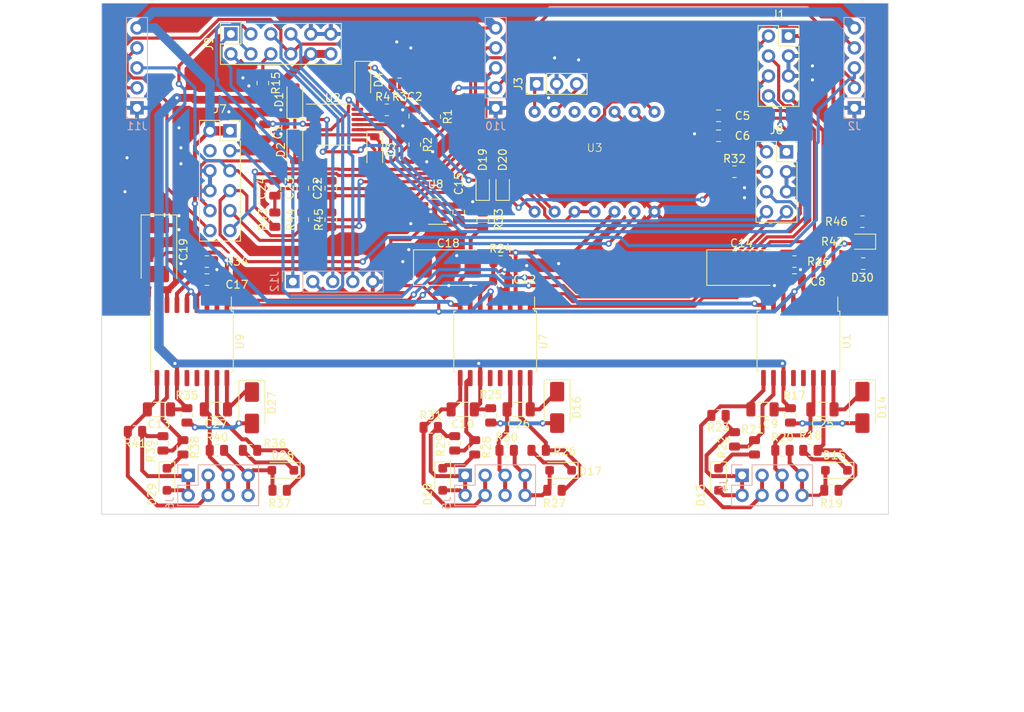
<source format=kicad_pcb>
(kicad_pcb (version 20221018) (generator pcbnew)
  (layers (0 "F.Cu" signal) (31 "B.Cu" signal) (34 "B.Paste" user) (35 "F.Paste" user) (36 "B.SilkS" user "B.Silkscreen") (37 "F.SilkS" user "F.Silkscreen") (38 "B.Mask" user) (39 "F.Mask" user) (44 "Edge.Cuts" user))
  (net 0 "")
  (net 1 "+5V")
  (net 2 "GND")
  (net 3 "/TempProtection/MAX")
  (net 4 "+3.3V")
  (net 5 "CURR_TRIP_LOW")
  (net 6 "CURR_TRIP_HIGH")
  (net 7 "Net-(U1-DT)")
  (net 8 "Net-(D14-K)")
  (net 9 "PHASE1")
  (net 10 "+15V")
  (net 11 "CSR_P1")
  (net 12 "Net-(U7-DT)")
  (net 13 "Net-(D16-K)")
  (net 14 "PHASE2")
  (net 15 "CSR_P2")
  (net 16 "Net-(U9-DT)")
  (net 17 "Net-(D27-K)")
  (net 18 "PHASE3")
  (net 19 "CSR_P3")
  (net 20 "VBIAS")
  (net 21 "/CurrentMeasurement/CURR3_FILTER")
  (net 22 "/CurrentMeasurement/CURR2_FILTER")
  (net 23 "/CurrentMeasurement/CURR1_FILTER")
  (net 24 "Net-(D1-K)")
  (net 25 "Net-(D1-A)")
  (net 26 "Net-(D2-A)")
  (net 27 "Net-(D3-A)")
  (net 28 "Net-(D4-A)")
  (net 29 "/HardwareProtection/DISABLE")
  (net 30 "+3.3VADC")
  (net 31 "/HardwareProtection/UPDI")
  (net 32 "/HardwareProtection/UPDI2")
  (net 35 "Net-(U2D-+)")
  (net 36 "Net-(U2D--)")
  (net 37 "Net-(D13-K)")
  (net 38 "PL1")
  (net 39 "Net-(D14-A)")
  (net 40 "Net-(D15-K)")
  (net 41 "PH1")
  (net 42 "Net-(D16-A)")
  (net 43 "Net-(D17-K)")
  (net 44 "PH2")
  (net 45 "Net-(D18-K)")
  (net 46 "PL2")
  (net 47 "Net-(D19-K)")
  (net 48 "Net-(D27-A)")
  (net 49 "Net-(D28-K)")
  (net 50 "PH3")
  (net 51 "Net-(D29-K)")
  (net 52 "PL3")
  (net 53 "Net-(D30-K)")
  (net 54 "POWER_STAGE_LOCKOUT")
  (net 55 "SENS1")
  (net 56 "SENS2")
  (net 57 "SENS3")
  (net 58 "L1")
  (net 59 "L2")
  (net 60 "L3")
  (net 61 "H1")
  (net 62 "H2")
  (net 63 "H3")
  (net 64 "TEMP3")
  (net 65 "TEMP2")
  (net 66 "TEMP1")
  (net 67 "CURR3")
  (net 68 "CURR2")
  (net 69 "CURR1")
  (net 70 "IN_V")
  (net 72 "AUX_FAULT")
  (net 73 "CLEAR_HW_FAULT")
  (net 74 "POWER_STAGE_DISABLE")
  (net 75 "Net-(U1-OutA)")
  (net 76 "Net-(U1-OutB)")
  (net 77 "Net-(U7-OutA)")
  (net 78 "Net-(U7-OutB)")
  (net 79 "Net-(U9-OutA)")
  (net 80 "Net-(U9-OutB)")
  (net 87 "AUX_ENABLE")
  (net 88 "SENS_FILTER_ENABLE")
  (footprint "Resistor_SMD:R_0805_2012Metric" (layer "F.Cu") (at 143.8675 80.264 180)
    (fp_text reference "R3")
    (fp_text value "47k")
  )
  (footprint "Resistor_SMD:R_0805_2012Metric" (layer "F.Cu") (at 198.755 131.953 180)
    (fp_text reference "R19")
    (fp_text value "2r2")
  )
  (footprint "Capacitor_SMD:C_0805_2012Metric" (layer "F.Cu") (at 126.746 86.36 -90)
    (fp_text reference "C1")
    (fp_text value "100n")
  )
  (footprint "Resistor_SMD:R_0805_2012Metric" (layer "F.Cu") (at 145.796 87.9875 -90)
    (fp_text reference "R2")
    (fp_text value "5k6")
  )
  (footprint "Resistor_SMD:R_0805_2012Metric" (layer "F.Cu") (at 148.336 84.4315 -90)
    (fp_text reference "R1")
    (fp_text value "2k87")
  )
  (footprint "Resistor_SMD:R_0805_2012Metric" (layer "F.Cu") (at 196.088 126.873 180)
    (fp_text reference "R18")
    (fp_text value "2r2")
  )
  (footprint "Capacitor_Tantalum_SMD:CP_EIA-7343-31_Kemet-D" (layer "F.Cu") (at 187.325 103.632)
    (fp_text reference "C14")
    (fp_text value "47u 25v Tant")
  )
  (footprint "Capacitor_SMD:C_0805_2012Metric" (layer "F.Cu") (at 119.38 105.156)
    (fp_text reference "C17")
    (fp_text value "100n")
  )
  (footprint "Capacitor_SMD:C_1206_3216Metric" (layer "F.Cu") (at 189.992 121.666 180)
    (fp_text reference "C9")
    (fp_text value "4.7u 50v")
  )
  (footprint "Resistor_SMD:R_0805_2012Metric" (layer "F.Cu") (at 131.572 97.536 90)
    (fp_text reference "R44")
    (fp_text value "2.2k")
  )
  (footprint "Diode_SMD:D_SOD-123" (layer "F.Cu") (at 130.556 82.296 90)
    (fp_text reference "D1")
    (fp_text value "B5819W SL")
  )
  (footprint "Connector_PinSocket_2.54mm:PinSocket_2x04_P2.54mm_Vertical" (layer "F.Cu") (at 193.045 88.91)
    (fp_text reference "J8")
    (fp_text value "MosTempConn")
  )
  (footprint "Resistor_SMD:R_0805_2012Metric" (layer "F.Cu") (at 116.84 122.428 -90)
    (fp_text reference "R35")
    (fp_text value "2r2")
  )
  (footprint "Capacitor_SMD:C_0805_2012Metric" (layer "F.Cu") (at 184.404 84.328 180)
    (fp_text reference "C5")
    (fp_text value "1u")
  )
  (footprint "Diode_SMD:D_SOD-123F" (layer "F.Cu") (at 129.032 129.413 180)
    (fp_text reference "D28")
    (fp_text value "DSS34")
  )
  (footprint "Connector_PinSocket_2.54mm:PinSocket_2x06_P2.54mm_Vertical" (layer "F.Cu") (at 122.428 73.914 90)
    (fp_text reference "J9")
    (fp_text value "LogicConn2")
  )
  (footprint "Diode_SMD:D_SMA" (layer "F.Cu") (at 125.095 121.457 -90)
    (fp_text reference "D27")
    (fp_text value "SS520F")
  )
  (footprint "Diode_SMD:D_SMA" (layer "F.Cu") (at 163.8935 121.412 -90)
    (fp_text reference "D16")
    (fp_text value "SS520F")
  )
  (footprint "Diode_SMD:D_SOD-123" (layer "F.Cu") (at 139.192 79.756 -90)
    (fp_text reference "D4")
    (fp_text value "B5819W SL")
  )
  (footprint "Resistor_SMD:R_0805_2012Metric" (layer "F.Cu") (at 135.128 97.536 90)
    (fp_text reference "R45")
    (fp_text value "2.2k")
  )
  (footprint "Package_SO:SOIC-16W_7.5x10.3mm_P1.27mm" (layer "F.Cu") (at 117.475 113.03 -90)
    (fp_text reference "U9")
    (fp_text value "NCD57252DWR2G")
  )
  (footprint "Resistor_SMD:R_0805_2012Metric" (layer "F.Cu") (at 193.548 122.428 -90)
    (fp_text reference "R17")
    (fp_text value "2r2")
  )
  (footprint "Connector_PinSocket_2.54mm:PinSocket_2x04_P2.54mm_Vertical" (layer "F.Cu") (at 193.299 74.178)
    (fp_text reference "J1")
    (fp_text value "LHConn")
  )
  (footprint "Resistor_SMD:R_0805_2012Metric" (layer "F.Cu") (at 157.48 126.873)
    (fp_text reference "R30")
    (fp_text value "4.7k")
  )
  (footprint "Resistor_SMD:R_0805_2012Metric" (layer "F.Cu") (at 155.448 122.428 -90)
    (fp_text reference "R25")
    (fp_text value "2r2")
  )
  (footprint "Connector_PinHeader_2.54mm:PinHeader_1x03_P2.54mm_Vertical" (layer "F.Cu") (at 161.29 80.264 90)
    (fp_text reference "J3")
    (fp_text value "UpdiConn")
  )
  (footprint "Resistor_SMD:R_0805_2012Metric" (layer "F.Cu") (at 128.6275 131.953 180)
    (fp_text reference "R37")
    (fp_text value "2r2")
  )
  (footprint "Resistor_SMD:R_0805_2012Metric" (layer "F.Cu") (at 186.436 91.44)
    (fp_text reference "R32")
    (fp_text value "2.2k")
  )
  (footprint "Resistor_SMD:R_0805_2012Metric" (layer "F.Cu") (at 186.436 125.476 90)
    (fp_text reference "R22")
    (fp_text value "2r2")
  )
  (footprint "Resistor_SMD:R_0805_2012Metric" (layer "F.Cu") (at 116.332 126.492 -90)
    (fp_text reference "R38")
    (fp_text value "2r2")
  )
  (footprint "Resistor_SMD:R_0805_2012Metric" (layer "F.Cu") (at 202.7955 103.124)
    (fp_text reference "R42")
    (fp_text value "220")
  )
  (footprint "Capacitor_Tantalum_SMD:CP_EIA-7343-31_Kemet-D" (layer "F.Cu") (at 150.0505 103.632)
    (fp_text reference "C18")
    (fp_text value "47u 25v Tant")
  )
  (footprint "Resistor_SMD:R_0805_2012Metric" (layer "F.Cu") (at 110.236 124.46)
    (fp_text reference "R41")
    (fp_text value "4.7k")
  )
  (footprint "Capacitor_SMD:C_0805_2012Metric" (layer "F.Cu") (at 184.404 86.868 180)
    (fp_text reference "C6")
    (fp_text value "1u")
  )
  (footprint "Diode_SMD:D_SOD-123F" (layer "F.Cu") (at 184.404 130.556 -90)
    (fp_text reference "D13")
    (fp_text value "DSS34")
  )
  (footprint "Capacitor_SMD:C_0805_2012Metric" (layer "F.Cu") (at 151.384 96.586 90)
    (fp_text reference "C15")
    (fp_text value "100n")
  )
  (footprint "Resistor_SMD:R_0805_2012Metric" (layer "F.Cu") (at 184.404 122.428)
    (fp_text reference "R23")
    (fp_text value "4.7k")
  )
  (footprint "Capacitor_SMD:C_1206_3216Metric" (layer "F.Cu") (at 151.892 121.666 180)
    (fp_text reference "C10")
    (fp_text value "4.7u 50v")
  )
  (footprint "Resistor_SMD:R_0805_2012Metric" (layer "F.Cu") (at 188.976 126.492 -90)
    (fp_text reference "R21")
    (fp_text value "2r2")
  )
  (footprint "Resistor_SMD:R_0805_2012Metric" (layer "F.Cu") (at 202.692 97.79 180)
    (fp_text reference "R46")
    (fp_text value "0")
  )
  (footprint "Resistor_SMD:R_0805_2012Metric" (layer "F.Cu") (at 192.532 126.873)
    (fp_text reference "R20")
    (fp_text value "4.7k")
  )
  (footprint "Resistor_SMD:R_0805_2012Metric" (layer "F.Cu") (at 128.016 97.536 90)
    (fp_text reference "R43")
    (fp_text value "2.2k")
  )
  (footprint "Package_SO:SOIC-16W_7.5x10.3mm_P1.27mm" (layer "F.Cu") (at 156.0195 113.03 -90)
    (fp_text reference "U7")
    (fp_text value "NCD57252DWR2G")
  )
  (footprint "Diode_SMD:D_SOD-123" (layer "F.Cu") (at 140.716 88.646 -90)
    (fp_text reference "D3")
    (fp_text value "B5819W SL")
  )
  (footprint "Resistor_SMD:R_0805_2012Metric" (layer "F.Cu") (at 163.5525 131.953 180)
    (fp_text reference "R27")
    (fp_text value "2r2")
  )
  (footprint "Diode_SMD:D_SOD-123" (layer "F.Cu") (at 130.556 88.392 -90)
    (fp_text reference "D2")
    (fp_text value "B5819W SL")
  )
  (footprint "Capacitor_SMD:C_0805_2012Metric" (layer "F.Cu") (at 156.718 105.156)
    (fp_text reference "C12")
    (fp_text value "100n")
  )
  (footprint "Resistor_SMD:R_0805_2012Metric" (layer "F.Cu") (at 119.38 102.87)
    (fp_text reference "R34")
    (fp_text value "20k")
  )
  (footprint "Resistor_SMD:R_0805_2012Metric" (layer "F.Cu") (at 147.828 123.952)
    (fp_text reference "R31")
    (fp_text value "4.7k")
  )
  (footprint "Connector_PinSocket_2.54mm:PinSocket_2x06_P2.54mm_Vertical" (layer "F.Cu") (at 122.306 86.233)
    (fp_text reference "J7")
    (fp_text value "LogicConn")
  )
  (footprint "Diode_SMD:D_SOD-123F" (layer "F.Cu") (at 199.39 129.413 180)
    (fp_text reference "D15")
    (fp_text value "DSS34")
  )
  (footprint "Resistor_SMD:R_0805_2012Metric" (layer "F.Cu") (at 142.24 83.566)
    (fp_text reference "R4")
    (fp_text value "75k")
  )
  (footprint "GigaVescLibs:HWProt" (layer "F.Cu") (at 168.656 88.9)
    (fp_text reference "U3")
    (fp_text value "HWProt")
  )
  (footprint "Capacitor_SMD:C_1206_3216Metric" (layer "F.Cu") (at 113.284 121.666 180)
    (fp_text reference "C13")
    (fp_text value "4.7u 50v")
  )
  (footprint "Diode_SMD:D_SOD-323" (layer "F.Cu") (at 156.972 93.472 90)
    (fp_text reference "D20")
    (fp_text value "B0520WS-7-F")
  )
  (footprint "Capacitor_SMD:C_1206_3216Metric" (layer "F.Cu") (at 120.523 121.666 180)
    (fp_text reference "C27")
    (fp_text value "4.7u 50v")
  )
  (footprint "Resistor_SMD:R_0805_2012Metric" (layer "F.Cu") (at 154.432 97.536 90)
    (fp_text reference "R33")
    (fp_text value "2.2k")
  )
  (footprint "Resistor_SMD:R_0805_2012Metric" (layer "F.Cu") (at 194.056 102.87)
    (fp_text reference "R16")
    (fp_text value "20k")
  )
  (footprint "Capacitor_SMD:C_0805_2012Metric" (layer "F.Cu") (at 145.796 84.3655 90)
    (fp_text reference "C2")
    (fp_text value "1u")
  )
  (footprint "Resistor_SMD:R_0805_2012Metric" (layer "F.Cu") (at 120.65 126.873)
    (fp_text reference "R40")
    (fp_text value "4.7k")
  )
  (footprint "Resistor_SMD:R_0805_2012Metric" (layer "F.Cu") (at 153.416 126.492 -90)
    (fp_text reference "R28")
    (fp_text value "2r2")
  )
  (footprint "Resistor_SMD:R_0805_2012Metric" (layer "F.Cu") (at 126.492 80.1605 -90)
    (fp_text reference "R15")
    (fp_text value "10k")
  )
  (footprint "Diode_SMD:D_SOD-123F" (layer "F.Cu") (at 164.335 129.413 180)
    (fp_text reference "D17")
    (fp_text value "DSS34")
  )
  (footprint "Capacitor_SMD:C_1206_3216Metric" (layer "F.Cu") (at 159.004 121.666 180)
    (fp_text reference "C26")
    (fp_text value "4.7u 50v")
  )
  (footprint "Capacitor_SMD:C_0805_2012Metric" (layer "F.Cu") (at 135.128 93.538 90)
    (fp_text reference "C22")
    (fp_text value "220p 50v")
  )
  (footprint "Diode_SMD:D_SOD-123F" (layer "F.Cu") (at 149.352 130.556 -90)
    (fp_text reference "D18")
    (fp_text value "DSS34")
  )
  (footprint "Diode_SMD:D_SOD-323" (layer "F.Cu") (at 154.432 93.472 90)
    (fp_text reference "D19")
    (fp_text value "B0520WS-7-F")
  )
  (footprint "Resistor_SMD:R_0805_2012Metric" (layer "F.Cu") (at 124.8645 126.873 180)
    (fp_text reference "R36")
    (fp_text value "2r2")
  )
  (footprint "Capacitor_SMD:C_0805_2012Metric" (layer "F.Cu") (at 194.056 105.156)
    (fp_text reference "C8")
    (fp_text value "100n")
  )
  (footprint "LED_SMD:LED_0805_2012Metric" (layer "F.Cu") (at 202.692 100.33 180)
    (fp_text reference "D30")
    (fp_text value "LED")
  )
  (footprint "Resistor_SMD:R_0805_2012Metric" (layer "F.Cu") (at 150.876 125.984 90)
    (fp_text reference "R29")
    (fp_text value "2r2")
  )
  (footprint "Package_SO:SOIC-16W_7.5x10.3mm_P1.27mm" (layer "F.Cu") (at 194.564 113.03 -90)
    (fp_text reference "U1")
    (fp_text value "NCD57252DWR2G")
  )
  (footprint "Capacitor_Tantalum_SMD:CP_EIA-7343-31_Kemet-D" (layer "F.Cu") (at 113.284 101.346 -90)
    (fp_text reference "C19")
    (fp_text value "47u 25v Tant")
  )
  (footprint "Capacitor_SMD:C_0805_2012Metric" (layer "F.Cu") (at 131.572 93.538 90)
    (fp_text reference "C23")
    (fp_text value "220p 50v")
  )
  (footprint "Resistor_SMD:R_0805_2012Metric" (layer "F.Cu") (at 156.718 102.87)
    (fp_text reference "R24")
    (fp_text value "20k")
  )
  (footprint "Capacitor_SMD:C_1206_3216Metric" (layer "F.Cu") (at 197.612 121.666 180)
    (fp_text reference "C25")
    (fp_text value "4.7u 50v")
  )
  (footprint "Package_SO:TSOP-5_1.65x3.05mm_P0.95mm" (layer "F.Cu") (at 148.336 96.52 180)
    (fp_text reference "U8")
    (fp_text value "74LVC1G125GV,125")
  )
  (footprint "Diode_SMD:D_SOD-123F" (layer "F.Cu") (at 114.3 130.556 -90)
    (fp_text reference "D29")
    (fp_text value "DSS34")
  )
  (footprint "Resistor_SMD:R_0805_2012Metric" (layer "F.Cu") (at 113.792 125.984 90)
    (fp_text reference "R39")
    (fp_text value "2r2")
  )
  (footprint "Package_SO:TSSOP-14_4.4x5mm_P0.65mm" (layer "F.Cu") (at 135.636 85.4475)
    (fp_text reference "U2")
    (fp_text value "LM324")
  )
  (footprint "Diode_SMD:D_SMA" (layer "F.Cu") (at 202.692 121.412 -90)
    (fp_text reference "D14")
    (fp_text value "SS520F")
  )
  (footprint "Resistor_SMD:R_0805_2012Metric" (layer "F.Cu") (at 161.544 126.873 180)
    (fp_text reference "R26")
    (fp_text value "2r2")
  )
  (footprint "Capacitor_SMD:C_0805_2012Metric" (layer "F.Cu") (at 128.016 93.538 90)
    (fp_text reference "C24")
    (fp_text value "220p 50v")
  )
  (footprint "Connector_PinHeader_2.54mm:PinHeader_2x04_P2.54mm_Vertical" (layer "B.Cu") (at 187.4 130.048 -90)
    (fp_text reference "J4")
    (fp_text value "HV1Conn")
  )
  (footprint "Connector_PinHeader_2.54mm:PinHeader_1x05_P2.54mm_Vertical" (layer "B.Cu") (at 110.49 83.312)
    (fp_text reference "J11")
    (fp_text value "PhaseConn1")
  )
  (footprint "Connector_PinHeader_2.54mm:PinHeader_2x04_P2.54mm_Vertical" (layer "B.Cu") (at 117 130.048 -90)
    (fp_text reference "J6")
    (fp_text value "HV3Conn")
  )
  (footprint "Connector_PinHeader_2.54mm:PinHeader_1x05_P2.54mm_Vertical" (layer "B.Cu") (at 156.083 83.312)
    (fp_text reference "J10")
    (fp_text value "PhaseConn2")
  )
  (footprint "Connector_PinHeader_2.54mm:PinHeader_2x04_P2.54mm_Vertical" (layer "B.Cu") (at 152.2 130.048 -90)
    (fp_text reference "J5")
    (fp_text value "HV2Conn")
  )
  (footprint "Connector_PinHeader_2.54mm:PinHeader_1x05_P2.54mm_Vertical" (layer "B.Cu") (at 201.676 83.312)
    (fp_text reference "J2")
    (fp_text value "PhaseConn2")
  )
  (footprint "Connector_PinHeader_2.54mm:PinHeader_1x05_P2.54mm_Vertical" (layer "B.Cu") (at 130.302 105.41 -90)
    (fp_text reference "J12")
    (fp_text value "BattConn")
  )
  (gr_rect (start 106 70) (end 206 135) (stroke (width 0.1)) (fill none) (layer "Edge.Cuts"))
  (segment (start 132.7735 85.4475) (end 131.6755 85.4475) (width 0.4) (layer "F.Cu") (net 1))
  (segment (start 126.746 85.41) (end 127.696 85.41) (width 0.4) (layer "F.Cu") (net 1))
  (segment (start 127.696 85.41) (end 127.762 85.344) (width 0.4) (layer "F.Cu") (net 1))
  (segment (start 131.6755 85.4475) (end 131.572 85.344) (width 0.4) (layer "F.Cu") (net 1))
  (via (at 131.572 85.344) (size 0.8) (drill 0.4) (layers "F.Cu" "B.Cu") (net 1))
  (via (at 127.762 85.344) (size 0.8) (drill 0.4) (layers "F.Cu" "B.Cu") (net 1))
  (segment (start 122.428 78.221767) (end 121.178 76.971767) (width 0.4) (layer "B.Cu") (net 1))
  (segment (start 131.572 85.344) (end 127.762 85.344) (width 0.4) (layer "B.Cu") (net 1))
  (segment (start 122.428 80.518) (end 122.428 78.221767) (width 0.4) (layer "B.Cu") (net 1))
  (segment (start 127.254 85.344) (end 122.428 80.518) (width 0.4) (layer "B.Cu") (net 1))
  (segment (start 121.178 76.971767) (end 121.178 75.164) (width 0.4) (layer "B.Cu") (net 1))
  (segment (start 121.178 75.164) (end 122.428 73.914) (width 0.4) (layer "B.Cu") (net 1))
  (segment (start 127.762 85.344) (end 127.254 85.344) (width 0.4) (layer "B.Cu") (net 1))
  (segment (start 114.3 106.426) (end 116.586 104.14) (width 0.5) (layer "F.Cu") (net 2))
  (segment (start 148.336 96.765) (end 147.828 96.52) (width 0.4) (layer "F.Cu") (net 2))
  (segment (start 147.828 96.52) (end 148.336 95.98) (width 0.4) (layer "F.Cu") (net 2))
  (segment (start 149.496 95.57) (end 151.318 95.57) (width 0.4) (layer "F.Cu") (net 2))
  (segment (start 114.3 108.38) (end 114.3 106.426) (width 0.5) (layer "F.Cu") (net 2))
  (segment (start 191.389 108.38) (end 191.389 106.045) (width 0.5) (layer "F.Cu") (net 2))
  (segment (start 133.35 92.71) (end 131.694 92.71) (width 0.5) (layer "F.Cu") (net 2))
  (segment (start 120.2925 105.1185) (end 120.33 105.156) (width 0.5) (layer "F.Cu") (net 2))
  (segment (start 157.668 103.444) (end 157.668 102.9075) (width 0.5) (layer "F.Cu") (net 2))
  (segment (start 148.746 95.57) (end 149.496 95.57) (width 0.4) (layer "F.Cu") (net 2))
  (segment (start 151.318 95.57) (end 151.384 95.636) (width 0.4) (layer "F.Cu") (net 2))
  (segment (start 120.33 105.73) (end 120.33 105.156) (width 0.5) (layer "F.Cu") (net 2))
  (segment (start 148.336 95.98) (end 148.746 95.57) (width 0.4) (layer "F.Cu") (net 2))
  (segment (start 120.2925 103.5285) (end 120.65 103.886) (width 0.5) (layer "F.Cu") (net 2))
  (segment (start 120.2925 104.2435) (end 120.2925 105.1185) (width 0.5) (layer "F.Cu") (net 2))
  (segment (start 125.269 81.073) (end 124.714 80.518) (width 0.5) (layer "F.Cu") (net 2))
  (segment (start 157.668 102.9075) (end 157.6305 102.87) (width 0.5) (layer "F.Cu") (net 2))
  (segment (start 152.8445 105.9815) (end 152.908 105.918) (width 0.5) (layer "F.Cu") (net 2))
  (segment (start 135.128 92.588) (end 133.472 92.588) (width 0.5) (layer "F.Cu") (net 2))
  (segment (start 119.888 106.172) (end 120.33 105.73) (width 0.5) (layer "F.Cu") (net 2))
  (segment (start 156.6545 108.38) (end 156.6545 106.9975) (width 0.5) (layer "F.Cu") (net 2))
  (segment (start 118.11 107.268472) (end 119.206472 106.172) (width 0.5) (layer "F.Cu") (net 2))
  (segment (start 126.492 81.073) (end 125.269 81.073) (width 0.5) (layer "F.Cu") (net 2))
  (segment (start 144.1215 85.4475) (end 144.272 85.598) (width 0.4) (layer "F.Cu") (net 2))
  (segment (start 118.11 108.38) (end 118.11 107.268472) (width 0.5) (layer "F.Cu") (net 2))
  (segment (start 157.668 105.156) (end 157.668 104.328) (width 0.5) (layer "F.Cu") (net 2))
  (segment (start 156.6545 106.9975) (end 157.668 105.984) (width 0.5) (layer "F.Cu") (net 2))
  (segment (start 149.496 97.47) (end 149.041 97.47) (width 0.4) (layer "F.Cu") (net 2))
  (segment (start 191.389 106.045) (end 191.516 105.918) (width 0.5) (layer "F.Cu") (net 2))
  (segment (start 138.4985 85.4475) (end 144.1215 85.4475) (width 0.4) (layer "F.Cu") (net 2))
  (segment (start 157.668 104.328) (end 157.226 103.886) (width 0.5) (layer "F.Cu") (net 2))
  (segment (start 152.8445 108.38) (end 152.8445 105.9815) (width 0.5) (layer "F.Cu") (net 2))
  (segment (start 194.9685 103.7355) (end 194.818 103.886) (width 0.5) (layer "F.Cu") (net 2))
  (segment (start 120.2925 102.87) (end 120.2925 103.5285) (width 0.5) (layer "F.Cu") (net 2))
  (segment (start 195.199 105.349) (end 195.006 105.156) (width 0.5) (layer "F.Cu") (net 2))
  (segment (start 120.65 103.886) (end 120.2925 104.2435) (width 0.5) (layer "F.Cu") (net 2))
  (segment (start 131.694 92.71) (end 131.572 92.588) (width 0.5) (layer "F.Cu") (net 2))
  (segment (start 133.472 92.588) (end 133.35 92.71) (width 0.5) (layer "F.Cu") (net 2))
  (segment (start 119.206472 106.172) (end 119.888 106.172) (width 0.5) (layer "F.Cu") (net 2))
  (segment (start 149.041 97.47) (end 148.336 96.765) (width 0.4) (layer "F.Cu") (net 2))
  (segment (start 195.199 108.38) (end 195.199 105.349) (width 0.5) (layer "F.Cu") (net 2))
  (segment (start 144.4225 83.4155) (end 144.272 83.566) (width 0.5) (layer "F.Cu") (net 2))
  (segment (start 119.766 93.853) (end 119.766 91.313) (width 0.5) (layer "F.Cu") (net 2))
  (segment (start 157.226 103.886) (end 157.668 103.444) (width 0.5) (layer "F.Cu") (net 2))
  (segment (start 194.9685 102.87) (end 194.9685 103.7355) (width 0.5) (layer "F.Cu") (net 2))
  (segment (start 145.796 83.4155) (end 144.4225 83.4155) (width 0.5) (layer "F.Cu") (net 2))
  (segment (start 157.668 105.984) (end 157.668 105.156) (width 0.5) (layer "F.Cu") (net 2))
  (via (at 123.952 79.502) (size 0.8) (drill 0.4) (layers "F.Cu" "B.Cu") (net 2))
  (via (at 157.226 103.886) (size 0.8) (drill 0.4) (layers "F.Cu" "B.Cu") (net 2))
  (via (at 194.818 103.886) (size 0.8) (drill 0.4) (layers "F.Cu" "B.Cu") (net 2))
  (via (at 148.082 88.9) (size 0.8) (drill 0.4) (layers "F.Cu" "B.Cu") (net 2))
  (via (at 133.35 92.71) (size 0.8) (drill 0.4) (layers "F.Cu" "B.Cu") (net 2))
  (via (at 181.356 86.614) (size 0.8) (drill 0.4) (layers "F.Cu" "B.Cu") (net 2))
  (via (at 144.272 85.598) (size 0.8) (drill 0.4) (layers "F.Cu" "B.Cu") (net 2))
  (via (at 164.084 103.124) (size 0.8) (drill 0.4) (layers "F.Cu" "B.Cu") (net 2))
  (via (at 187.706 94.742) (size 0.8) (drill 0.4) (layers "F.Cu" "B.Cu") (net 2))
  (via (at 163.576 76.962) (size 0.8) (drill 0.4) (layers "F.Cu" "B.Cu") (net 2))
  (via (at 124.714 80.518) (size 0.8) (drill 0.4) (layers "F.Cu" "B.Cu") (net 2))
  (via (at 160.02 103.378) (size 0.8) (drill 0.4) (layers "F.Cu" "B.Cu") (net 2))
  (via (at 147.32 90.17) (size 0.8) (drill 0.4) (layers "F.Cu" "B.Cu") (net 2))
  (via (at 115.824 85.852) (size 0.8) (drill 0.4) (layers "F.Cu" "B.Cu") (net 2))
  (via (at 143.51 74.93) (size 0.8) (drill 0.4) (layers "F.Cu" "B.Cu") (net 2))
  (via (at 109.22 89.662) (size 0.8) (drill 0.4) (layers "F.Cu" "B.Cu") (net 2))
  (via (at 196.342 79.756) (size 0.8) (drill 0.4) (layers "F.Cu" "B.Cu") (net 2))
  (via (at 196.342 77.978) (size 0.8) (drill 0.4) (layers "F.Cu" "B.Cu") (net 2))
  (via (at 144.272 102.87) (size 0.8) (drill 0.4) (layers "F.Cu" "B.Cu") (net 2))
  (via (at 166.624 77.216) (size 0.8) (drill 0.4) (layers "F.Cu" "B.Cu") (net 2))
  (via (at 116.586 104.14) (size 0.8) (drill 0.4) (layers "F.Cu" "B.Cu") (net 2))
  (via (at 144.272 83.566) (size 0.8) (drill 0.4) (layers "F.Cu" "B.Cu") (net 2))
  (via (at 128.778 83.566) (size 0.8) (drill 0.4) (layers "F.Cu" "B.Cu") (net 2))
  (via (at 115.824 97.028) (size 0.8) (drill 0.4) (layers "F.Cu" "B.Cu") (net 2))
  (via (at 115.824 98.806) (size 0.8) (drill 0.4) (layers "F.Cu" "B.Cu") (net 2))
  (via (at 120.65 103.886) (size 0.8) (drill 0.4) (layers "F.Cu" "B.Cu") (net 2))
  (via (at 122.174 83.82) (size 0.8) (drill 0.4) (layers "F.Cu" "B.Cu") (net 2))
  (via (at 151.13 102.108) (size 0.8) (drill 0.4) (layers "F.Cu" "B.Cu") (net 2))
  (via (at 187.706 93.472) (size 0.8) (drill 0.4) (layers "F.Cu" "B.Cu") (net 2))
  (via (at 128.778 86.614) (size 0.8) (drill 0.4) (layers "F.Cu" "B.Cu") (net 2))
  (via (at 162.814 82.042) (size 0.8) (drill 0.4) (layers "F.Cu" "B.Cu") (net 2))
  (via (at 145.034 101.346) (size 0.8) (drill 0.4) (layers "F.Cu" "B.Cu") (net 2))
  (via (at 153.162 95.25) (size 0.8) (drill 0.4) (layers "F.Cu" "B.Cu") (net 2))
  (via (at 152.908 105.918) (size 0.8) (drill 0.4) (layers "F.Cu" "B.Cu") (net 2))
  (via (at 116.078 88.392) (size 0.8) (drill 0.4) (layers "F.Cu" "B.Cu") (net 2))
  (via (at 150.114 105.918) (size 0.8) (drill 0.4) (layers "F.Cu" "B.Cu") (net 2))
  (via (at 145.288 98.044) (size 0.8) (drill 0.4) (layers "F.Cu" "B.Cu") (net 2))
  (via (at 116.078 90.424) (size 0.8) (drill 0.4) (layers "F.Cu" "B.Cu") (net 2))
  (via (at 145.288 75.692) (size 0.8) (drill 0.4) (layers "F.Cu" "B.Cu") (net 2))
  (via (at 116.078 103.124) (size 0.8) (drill 0.4) (layers "F.Cu" "B.Cu") (net 2))
  (via (at 147.828 96.52) (size 0.8) (drill 0.4) (layers "F.Cu" "B.Cu") (net 2))
  (via (at 108.966 93.98) (size 0.8) (drill 0.4) (layers "F.Cu" "B.Cu") (net 2))
  (via (at 191.516 105.918) (size 0.8) (drill 0.4) (layers "F.Cu" "B.Cu") (net 2))
  (segment (start 195.062 93.99) (end 195.326 93.726) (width 1.2) (layer "B.Cu") (net 2))
  (segment (start 119.766 91.313) (end 116.967 91.313) (width 0.5) (layer "B.Cu") (net 2))
  (segment (start 116.586 93.726) (end 115.824 94.488) (width 0.5) (layer "B.Cu") (net 2))
  (segment (start 118.11 93.726) (end 116.586 93.726) (width 0.5) (layer "B.Cu") (net 2))
  (segment (start 195.326 93.726) (end 195.326 92.202) (width 1.2) (layer "B.Cu") (net 2))
  (segment (start 119.766 93.853) (end 118.237 93.853) (width 0.5) (layer "B.Cu") (net 2))
  (segment (start 116.967 91.313) (end 116.078 90.424) (width 0.5) (layer "B.Cu") (net 2))
  (segment (start 118.237 93.853) (end 118.11 93.726) (width 0.5) (layer "B.Cu") (net 2))
  (segment (start 195.326 92.202) (end 194.574 91.45) (width 1.2) (layer "B.Cu") (net 2))
  (segment (start 193.045 93.99) (end 195.062 93.99) (width 1.2) (layer "B.Cu") (net 2))
  (segment (start 115.824 94.488) (end 115.824 97.028) (width 0.5) (layer "B.Cu") (net 2))
  (segment (start 194.574 91.45) (end 193.045 91.45) (width 1.2) (layer "B.Cu") (net 2))
  (segment (start 152.654 92.513332) (end 154.340668 92.513332) (width 0.4) (layer "F.Cu") (net 3))
  (segment (start 154.340668 92.513332) (end 154.432 92.422) (width 0.4) (layer "F.Cu") (net 3))
  (segment (start 140.716 78.232) (end 139.318 78.232) (width 0.4) (layer "F.Cu") (net 3))
  (segment (start 139.318 78.232) (end 139.192 78.106) (width 0.4) (layer "F.Cu") (net 3))
  (via (at 140.716 78.232) (size 0.8) (drill 0.4) (layers "F.Cu" "B.Cu") (net 3))
  (via (at 152.654 92.513332) (size 0.8) (drill 0.4) (layers "F.Cu" "B.Cu") (net 3))
  (segment (start 149.409332 86.925332) (end 140.716 78.232) (width 0.4) (layer "B.Cu") (net 3))
  (segment (start 149.409332 89.268664) (end 149.409332 86.925332) (width 0.4) (layer "B.Cu") (net 3))
  (segment (start 152.654 92.513332) (end 149.409332 89.268664) (width 0.4) (layer "B.Cu") (net 3))
  (segment (start 150.745 98.175) (end 151.384 97.536) (width 0.5) (layer "F.Cu") (net 4))
  (segment (start 119.766 86.233) (end 117.856 88.143) (width 0.5) (layer "F.Cu") (net 4))
  (segment (start 151.5745 108.38) (end 150.544 108.38) (width 0.5) (layer "F.Cu") (net 4))
  (segment (start 195.400949 101.6) (end 192.4695 101.6) (width 0.5) (layer "F.Cu") (net 4))
  (segment (start 113.03 106.4905) (end 113.03 104.7125) (width 0.4) (layer "F.Cu") (net 4))
  (segment (start 165.994 101.722) (end 171.196 96.52) (width 0.5) (layer "F.Cu") (net 4))
  (segment (start 119.766 86.233) (end 122.306 86.233) (width 1.2) (layer "F.Cu") (net 4))
  (segment (start 119.696 106.872) (end 120.328949 106.872) (width 0.5) (layer "F.Cu") (net 4))
  (segment (start 151.5745 105.2205) (end 153.163 103.632) (width 0.5) (layer "F.Cu") (net 4))
  (segment (start 121.830474 102.705526) (end 120.844949 101.72) (width 0.5) (layer "F.Cu") (net 4))
  (segment (start 158.618 101.722) (end 158.616 101.72) (width 0.5) (layer "F.Cu") (net 4))
  (segment (start 121.92 105.280949) (end 121.92 102.795051) (width 0.5) (layer "F.Cu") (net 4))
  (segment (start 196.469 102.668051) (end 195.400949 101.6) (width 0.5) (layer "F.Cu") (net 4))
  (segment (start 158.616 101.72) (end 155.075 101.72) (width 0.5) (layer "F.Cu") (net 4))
  (segment (start 154.432 98.4485) (end 152.2965 98.4485) (width 0.5) (layer "F.Cu") (net 4))
  (segment (start 113.03 108.38) (end 113.03 106.4905) (width 0.5) (layer "F.Cu") (net 4))
  (segment (start 190.119 108.38) (end 190.119 103.9505) (width 0.5) (layer "F.Cu") (net 4))
  (segment (start 152.908 103.377) (end 153.163 103.632) (width 0.5) (layer "F.Cu") (net 4))
  (segment (start 120.844949 101.72) (end 117.8005 101.72) (width 0.5) (layer "F.Cu") (net 4))
  (segment (start 147.881 98.175) (end 150.745 98.175) (width 0.5) (layer "F.Cu") (net 4))
  (segment (start 151.5745 108.38) (end 151.5745 105.2205) (width 0.5) (layer "F.Cu") (net 4))
  (segment (start 192.4695 101.6) (end 190.4375 103.632) (width 0.5) (layer "F.Cu") (net 4))
  (segment (start 114.18 101.72) (end 113.284 102.616) (width 0.4) (layer "F.Cu") (net 4))
  (segment (start 157.9245 107.776472) (end 158.618 107.082972) (width 0.5) (layer "F.Cu") (net 4))
  (segment (start 147.176 97.47) (end 147.881 98.175) (width 0.5) (layer "F.Cu") (net 4))
  (segment (start 152.908 99.9725) (end 152.908 103.377) (width 0.5) (layer "F.Cu") (net 4))
  (segment (start 144.78 80.264) (end 151.892 73.152) (width 0.4) (layer "F.Cu") (net 4))
  (segment (start 150.544 108.38) (end 150.368 108.204) (width 0.5) (layer "F.Cu") (net 4))
  (segment (start 158.618 101.722) (end 165.994 101.722) (width 0.5) (layer "F.Cu") (net 4))
  (segment (start 190.119 108.38) (end 189.152 108.38) (width 0.5) (layer "F.Cu") (net 4))
  (segment (start 120.328949 106.872) (end 121.92 105.280949) (width 0.5) (layer "F.Cu") (net 4))
  (segment (start 157.9245 108.38) (end 157.9245 107.776472) (width 0.5) (layer "F.Cu") (net 4))
  (segment (start 155.075 101.72) (end 153.163 103.632) (width 0.5) (layer "F.Cu") (net 4))
  (segment (start 117.856 88.143) (end 117.856 95.504) (width 0.5) (layer "F.Cu") (net 4))
  (segment (start 121.92 102.795051) (end 121.830474 102.705526) (width 0.5) (layer "F.Cu") (net 4))
  (segment (start 113.03 104.7125) (end 113.284 104.4585) (width 0.4) (layer "F.Cu") (net 4))
  (segment (start 189.152 108.38) (end 188.976 108.204) (width 0.5) (layer "F.Cu") (net 4))
  (segment (start 117.8005 101.72) (end 114.18 101.72) (width 0.4) (layer "F.Cu") (net 4))
  (segment (start 113.284 102.616) (end 113.284 104.4585) (width 0.4) (layer "F.Cu") (net 4))
  (segment (start 190.119 103.9505) (end 190.4375 103.632) (width 0.5) (layer "F.Cu") (net 4))
  (segment (start 119.38 108.38) (end 119.38 107.188) (width 0.5) (layer "F.Cu") (net 4))
  (segment (start 154.432 98.4485) (end 152.908 99.9725) (width 0.5) (layer "F.Cu") (net 4))
  (segment (start 151.892 73.152) (end 156.083 73.152) (width 0.4) (layer "F.Cu") (net 4))
  (segment (start 196.469 108.38) (end 196.469 102.668051) (width 0.5) (layer "F.Cu") (net 4))
  (segment (start 158.618 107.082972) (end 158.618 101.722) (width 0.5) (layer "F.Cu") (net 4))
  (segment (start 119.38 107.188) (end 119.696 106.872) (width 0.5) (layer "F.Cu") (net 4))
  (segment (start 152.2965 98.4485) (end 151.384 97.536) (width 0.5) (layer "F.Cu") (net 4))
  (via (at 150.368 108.204) (size 0.8) (drill 0.4) (layers "F.Cu" "B.Cu") (net 4))
  (via (at 121.830474 102.705526) (size 0.8) (drill 0.4) (layers "F.Cu" "B.Cu") (net 4))
  (via (at 158.618 101.722) (size 0.8) (drill 0.4) (layers "F.Cu" "B.Cu") (net 4))
  (via (at 188.976 108.204) (size 0.8) (drill 0.4) (layers "F.Cu" "B.Cu") (net 4))
  (via (at 117.856 95.504) (size 0.8) (drill 0.4) (layers "F.Cu" "B.Cu") (net 4))
  (segment (start 112.776 73.152) (end 110.49 73.152) (width 1.2) (layer "B.Cu") (net 4))
  (segment (start 117.856 98.861478) (end 121.700048 102.705526) (width 0.5) (layer "B.Cu") (net 4))
  (segment (start 199.644 71.12) (end 201.676 73.152) (width 1.2) (layer "B.Cu") (net 4))
  (segment (start 188.976 108.204) (end 166.624 108.204) (width 0.5) (layer "B.Cu") (net 4))
  (segment (start 160.142 101.722) (end 158.618 101.722) (width 0.5) (layer "B.Cu") (net 4))
  (segment (start 110.49 73.152) (end 112.522 71.12) (width 1.2) (layer "B.Cu") (net 4))
  (segment (start 119.766 80.142) (end 112.776 73.152) (width 1.2) (layer "B.Cu") (net 4))
  (segment (start 166.624 108.204) (end 160.142 101.722) (width 0.5) (layer "B.Cu") (net 4))
  (segment (start 150.144 107.98) (end 127.104948 107.98) (width 0.5) (layer "B.Cu") (net 4))
  (segment (start 117.856 95.504) (end 117.856 98.861478) (width 0.5) (layer "B.Cu") (net 4))
  (segment (start 150.368 108.204) (end 150.144 107.98) (width 0.5) (layer "B.Cu") (net 4))
  (segment (start 121.700048 102.705526) (end 121.830474 102.705526) (width 0.5) (layer "B.Cu") (net 4))
  (segment (start 154.051 71.12) (end 199.644 71.12) (width 1.2) (layer "B.Cu") (net 4))
  (segment (start 112.522 71.12) (end 154.051 71.12) (width 1.2) (layer "B.Cu") (net 4))
  (segment (start 154.051 71.12) (end 156.083 73.152) (width 1.2) (layer "B.Cu") (net 4))
  (segment (start 127.104948 107.98) (end 121.830474 102.705526) (width 0.5) (layer "B.Cu") (net 4))
  (segment (start 119.766 86.233) (end 119.766 80.142) (width 1.2) (layer "B.Cu") (net 4))
  (segment (start 185.354 84.328) (end 184.229 85.453) (width 0.4) (layer "F.Cu") (net 5))
  (segment (start 175.369 85.453) (end 173.736 83.82) (width 0.4) (layer "F.Cu") (net 5))
  (segment (start 188.463 84.328) (end 185.354 84.328) (width 0.5) (layer "F.Cu") (net 5))
  (segment (start 193.045 88.91) (end 188.463 84.328) (width 0.5) (layer "F.Cu") (net 5))
  (segment (start 184.229 85.453) (end 175.369 85.453) (width 0.4) (layer "F.Cu") (net 5))
  (segment (start 184.15 89.154) (end 176.53 89.154) (width 0.4) (layer "F.Cu") (net 6))
  (segment (start 185.354 86.868) (end 185.354 87.95) (width 0.4) (layer "F.Cu") (net 6))
  (segment (start 185.354 86.868) (end 188.463 86.868) (width 0.5) (layer "F.Cu") (net 6))
  (segment (start 185.354 87.95) (end 184.15 89.154) (width 0.4) (layer "F.Cu") (net 6))
  (segment (start 176.53 89.154) (end 171.196 83.82) (width 0.4) (layer "F.Cu") (net 6))
  (segment (start 188.463 86.868) (end 190.505 88.91) (width 0.5) (layer "F.Cu") (net 6))
  (segment (start 192.659 105.603) (end 193.106 105.156) (width 0.5) (layer "F.Cu") (net 7))
  (segment (start 192.659 108.38) (end 192.659 105.603) (width 0.5) (layer "F.Cu") (net 7))
  (segment (start 193.1435 105.1185) (end 193.106 105.156) (width 0.5) (layer "F.Cu") (net 7))
  (segment (start 193.1435 102.87) (end 193.1435 105.1185) (width 0.5) (layer "F.Cu") (net 7))
  (segment (start 200.438 121.666) (end 202.692 119.412) (width 0.5) (layer "F.Cu") (net 8))
  (segment (start 199.087 121.666) (end 200.438 121.666) (width 0.5) (layer "F.Cu") (net 8))
  (segment (start 199.009 121.588) (end 199.087 121.666) (width 0.5) (layer "F.Cu") (net 8))
  (segment (start 199.009 117.68) (end 199.009 121.588) (width 0.5) (layer "F.Cu") (net 8))
  (segment (start 191.6195 129.1875) (end 192.48 130.048) (width 0.5) (layer "F.Cu") (net 9))
  (segment (start 191.6195 125.8805) (end 191.6195 126.873) (width 0.5) (layer "F.Cu") (net 9))
  (segment (start 196.137 121.666) (end 196.137 122.453949) (width 0.5) (layer "F.Cu") (net 9))
  (segment (start 195.58 124.968) (end 192.532 124.968) (width 0.5) (layer "F.Cu") (net 9))
  (segment (start 196.469 121.334) (end 196.137 121.666) (width 0.5) (layer "F.Cu") (net 9))
  (segment (start 196.137 122.453949) (end 196.088 122.502949) (width 0.5) (layer "F.Cu") (net 9))
  (segment (start 196.088 122.502949) (end 196.088 124.46) (width 0.5) (layer "F.Cu") (net 9))
  (segment (start 191.6195 126.873) (end 191.6195 129.1875) (width 0.5) (layer "F.Cu") (net 9))
  (segment (start 196.088 124.46) (end 195.58 124.968) (width 0.5) (layer "F.Cu") (net 9))
  (segment (start 192.532 124.968) (end 191.6195 125.8805) (width 0.5) (layer "F.Cu") (net 9))
  (segment (start 192.48 132.588) (end 192.48 130.048) (width 0.5) (layer "F.Cu") (net 9))
  (segment (start 196.469 117.68) (end 196.469 121.334) (width 0.5) (layer "F.Cu") (net 9))
  (segment (start 155.2975 121.666) (end 155.448 121.5155) (width 0.5) (layer "F.Cu") (net 10))
  (segment (start 154.1145 116.0145) (end 153.924 115.824) (width 0.5) (layer "F.Cu") (net 10))
  (segment (start 117.602 82.042) (end 117.8455 82.2855) (width 1) (layer "F.Cu") (net 10))
  (segment (start 192.659 117.68) (end 192.659 115.951) (width 0.5) (layer "F.Cu") (net 10))
  (segment (start 115.57 120.2455) (end 116.84 121.5155) (width 0.5) (layer "F.Cu") (net 10))
  (segment (start 192.659 117.68) (end 192.659 120.6265) (width 0.5) (layer "F.Cu") (net 10))
  (segment (start 114.759 121.666) (end 116.6895 121.666) (width 0.5) (layer "F.Cu") (net 10))
  (segment (start 154.1145 117.68) (end 154.1145 120.9185) (width 0.5) (layer "F.Cu") (net 10))
  (segment (start 135.128 76.454) (end 132.588 76.454) (width 1) (layer "F.Cu") (net 10))
  (segment (start 117.8455 82.2855) (end 127.335503 82.2855) (width 1) (layer "F.Cu") (net 10))
  (segment (start 154.1145 120.9185) (end 153.367 121.666) (width 0.5) (layer "F.Cu") (net 10))
  (segment (start 191.467 121.666) (end 193.3975 121.666) (width 0.5) (layer "F.Cu") (net 10))
  (segment (start 127.335503 82.2855) (end 129.256 80.365003) (width 1) (layer "F.Cu") (net 10))
  (segment (start 115.57 82.042) (end 117.602 82.042) (width 1) (layer "F.Cu") (net 10))
  (segment (start 116.6895 121.666) (end 116.84 121.5155) (width 0.5) (layer "F.Cu") (net 10))
  (segment (start 129.256 79.786) (end 132.588 76.454) (width 1) (layer "F.Cu") (net 10))
  (segment (start 153.367 121.666) (end 155.2975 121.666) (width 0.5) (layer "F.Cu") (net 10))
  (segment (start 154.1145 117.68) (end 154.1145 116.0145) (width 0.5) (layer "F.Cu") (net 10))
  (segment (start 192.659 115.951) (end 192.532 115.824) (width 0.5) (layer "F.Cu") (net 10))
  (segment (start 115.57 116.078) (end 115.316 115.824) (width 0.5) (layer "F.Cu") (net 10))
  (segment (start 115.57 117.68) (end 115.57 120.2455) (width 0.5) (layer "F.Cu") (net 10))
  (segment (start 115.57 117.68) (end 115.57 116.078) (width 0.5) (layer "F.Cu") (net 10))
  (segment (start 192.659 120.6265) (end 193.548 121.5155) (width 0.5) (layer "F.Cu") (net 10))
  (segment (start 129.256 80.365003) (end 129.256 79.786) (width 1) (layer "F.Cu") (net 10))
  (segment (start 193.3975 121.666) (end 193.548 121.5155) (width 0.5) (layer "F.Cu") (net 10))
  (via (at 192.532 115.824) (size 0.8) (drill 0.4) (layers "F.Cu" "B.Cu") (net 10))
  (via (at 115.316 115.824) (size 0.8) (drill 0.4) (layers "F.Cu" "B.Cu") (net 10))
  (via (at 115.57 82.042) (size 0.8) (drill 0.4) (layers "F.Cu" "B.Cu") (net 10))
  (via (at 153.924 115.824) (size 0.8) (drill 0.4) (layers "F.Cu" "B.Cu") (net 10))
  (segment (start 113.284 113.792) (end 115.316 115.824) (width 1.2) (layer "B.Cu") (net 10))
  (segment (start 115.316 115.824) (end 153.924 115.824) (width 1) (layer "B.Cu") (net 10))
  (segment (start 115.57 82.042) (end 113.284 84.328) (width 1.2) (layer "B.Cu") (net 10))
  (segment (start 153.924 115.824) (end 192.532 115.824) (width 1) (layer "B.Cu") (net 10))
  (segment (start 113.284 84.328) (end 113.284 113.792) (width 1.2) (layer "B.Cu") (net 10))
  (segment (start 188.416 134.112) (end 189.94 132.588) (width 0.5) (layer "F.Cu") (net 11))
  (segment (start 188.517 120.855) (end 188.517 121.666) (width 0.5) (layer "F.Cu") (net 11))
  (segment (start 182.18 123.7395) (end 182.18 131.321949) (width 0.5) (layer "F.Cu") (net 11))
  (segment (start 184.6415 121.278) (end 183.4915 122.428) (width 0.5) (layer "F.Cu") (net 11))
  (segment (start 189.94 132.588) (end 189.94 130.048) (width 0.5) (layer "F.Cu") (net 11))
  (segment (start 190.119 117.68) (end 190.119 119.253) (width 0.5) (layer "F.Cu") (net 11))
  (segment (start 188.129 121.278) (end 184.6415 121.278) (width 0.5) (layer "F.Cu") (net 11))
  (segment (start 184.970051 134.112) (end 188.416 134.112) (width 0.5) (layer "F.Cu") (net 11))
  (segment (start 182.18 131.321949) (end 184.970051 134.112) (width 0.5) (layer "F.Cu") (net 11))
  (segment (start 183.4915 122.428) (end 182.18 123.7395) (width 0.5) (layer "F.Cu") (net 11))
  (segment (start 188.517 121.666) (end 188.129 121.278) (width 0.5) (layer "F.Cu") (net 11))
  (segment (start 190.119 119.253) (end 188.517 120.855) (width 0.5) (layer "F.Cu") (net 11))
  (segment (start 155.768 105.156) (end 155.768 102.9075) (width 0.5) (layer "F.Cu") (net 12))
  (segment (start 154.1145 106.8095) (end 155.768 105.156) (width 0.5) (layer "F.Cu") (net 12))
  (segment (start 155.768 102.9075) (end 155.8055 102.87) (width 0.5) (layer "F.Cu") (net 12))
  (segment (start 154.1145 108.38) (end 154.1145 106.8095) (width 0.5) (layer "F.Cu") (net 12))
  (segment (start 160.4645 121.6515) (end 160.479 121.666) (width 0.5) (layer "F.Cu") (net 13))
  (segment (start 160.4645 117.68) (end 160.4645 121.6515) (width 0.5) (layer "F.Cu") (net 13))
  (segment (start 160.479 121.666) (end 161.6395 121.666) (width 0.5) (layer "F.Cu") (net 13))
  (segment (start 161.6395 121.666) (end 163.8935 119.412) (width 0.5) (layer "F.Cu") (net 13))
  (segment (start 156.464 125.525) (end 156.464 126.7695) (width 0.5) (layer "F.Cu") (net 14))
  (segment (start 157.28 130.048) (end 157.28 132.588) (width 0.5) (layer "F.Cu") (net 14))
  (segment (start 156.464 126.7695) (end 156.5675 126.873) (width 0.5) (layer "F.Cu") (net 14))
  (segment (start 156.5675 126.873) (end 156.5675 129.3355) (width 0.5) (layer "F.Cu") (net 14))
  (segment (start 157.529 124.46) (end 156.464 125.525) (width 0.5) (layer "F.Cu") (net 14))
  (segment (start 157.529 121.666) (end 157.529 124.46) (width 0.5) (layer "F.Cu") (net 14))
  (segment (start 157.9245 117.68) (end 157.9245 121.2705) (width 0.5) (layer "F.Cu") (net 14))
  (segment (start 157.9245 121.2705) (end 157.529 121.666) (width 0.5) (layer "F.Cu") (net 14))
  (segment (start 156.5675 129.3355) (end 157.28 130.048) (width 0.5) (layer "F.Cu") (net 14))
  (segment (start 146.9155 131.1675) (end 146.9155 123.952) (width 0.5) (layer "F.Cu") (net 15))
  (segment (start 154.74 132.588) (end 154.74 130.048) (width 0.5) (layer "F.Cu") (net 15))
  (segment (start 151.5745 120.5085) (end 150.417 121.666) (width 0.5) (layer "F.Cu") (net 15))
  (segment (start 153.44 133.888) (end 149.636 133.888) (width 0.5) (layer "F.Cu") (net 15))
  (segment (start 154.74 132.588) (end 153.44 133.888) (width 0.5) (layer "F.Cu") (net 15))
  (segment (start 149.2015 121.666) (end 146.9155 123.952) (width 0.5) (layer "F.Cu") (net 15))
  (segment (start 151.5745 117.68) (end 151.5745 120.5085) (width 0.5) (layer "F.Cu") (net 15))
  (segment (start 150.417 121.666) (end 149.2015 121.666) (width 0.5) (layer "F.Cu") (net 15))
  (segment (start 149.636 133.888) (end 146.9155 131.1675) (width 0.5) (layer "F.Cu") (net 15))
  (segment (start 117.348 105.156) (end 115.57 106.934) (width 0.5) (layer "F.Cu") (net 16))
  (segment (start 118.43 105.156) (end 117.348 105.156) (width 0.5) (layer "F.Cu") (net 16))
  (segment (start 115.57 106.934) (end 115.57 108.38) (width 0.5) (layer "F.Cu") (net 16))
  (segment (start 118.43 105.156) (end 118.43 102.9075) (width 0.5) (layer "F.Cu") (net 16))
  (segment (start 118.43 102.9075) (end 118.4675 102.87) (width 0.5) (layer "F.Cu") (net 16))
  (segment (start 125.095 119.457) (end 124.207 119.457) (width 0.5) (layer "F.Cu") (net 17))
  (segment (start 121.92 121.588) (end 121.998 121.666) (width 0.5) (layer "F.Cu") (net 17))
  (segment (start 124.207 119.457) (end 121.998 121.666) (width 0.5) (layer "F.Cu") (net 17))
  (segment (start 121.92 117.68) (end 121.92 121.588) (width 0.5) (layer "F.Cu") (net 17))
  (segment (start 122.08 132.588) (end 122.08 130.048) (width 0.5) (layer "F.Cu") (net 18))
  (segment (start 119.7375 127.7055) (end 122.08 130.048) (width 0.5) (layer "F.Cu") (net 18))
  (segment (start 119.7375 122.3555) (end 119.048 121.666) (width 0.5) (layer "F.Cu") (net 18))
  (segment (start 119.38 121.334) (end 119.048 121.666) (width 0.5) (layer "F.Cu") (net 18))
  (segment (start 119.38 117.68) (end 119.38 121.334) (width 0.5) (layer "F.Cu") (net 18))
  (segment (start 119.7375 126.873) (end 119.7375 122.3555) (width 0.5) (layer "F.Cu") (net 18))
  (segment (start 119.7375 126.873) (end 119.7375 127.7055) (width 0.5) (layer "F.Cu") (net 18))
  (segment (start 113.03 117.68) (end 113.03 120.445) (width 0.5) (layer "F.Cu") (net 19))
  (segment (start 118.24 133.888) (end 113.06 133.888) (width 0.5) (layer "F.Cu") (net 19))
  (segment (start 111.809 121.9745) (end 109.3235 124.46) (width 0.5) (layer "F.Cu") (net 19))
  (segment (start 113.03 120.445) (end 111.809 121.666) (width 0.5) (layer "F.Cu") (net 19))
  (segment (start 111.809 121.666) (end 111.809 121.9745) (width 0.5) (layer "F.Cu") (net 19))
  (segment (start 119.54 132.588) (end 118.24 133.888) (width 0.5) (layer "F.Cu") (net 19))
  (segment (start 119.54 132.588) (end 119.54 130.048) (width 0.5) (layer "F.Cu") (net 19))
  (segment (start 113.06 133.888) (end 109.3235 130.1515) (width 0.5) (layer "F.Cu") (net 19))
  (segment (start 109.3235 130.1515) (end 109.3235 124.46) (width 0.5) (layer "F.Cu") (net 19))
  (segment (start 137.414 84.328) (end 131.318 78.232) (width 0.4) (layer "B.Cu") (net 20))
  (segment (start 137.922 89.488944) (end 137.414 88.980944) (width 0.4) (layer "B.Cu") (net 20))
  (segment (start 131.318 78.232) (end 131.318 75.184) (width 0.4) (layer "B.Cu") (net 20))
  (segment (start 137.922 105.41) (end 137.922 89.488944) (width 0.4) (layer "B.Cu") (net 20))
  (segment (start 131.318 75.184) (end 130.048 73.914) (width 0.4) (layer "B.Cu") (net 20))
  (segment (start 137.414 88.980944) (end 137.414 84.328) (width 0.4) (layer "B.Cu") (net 20))
  (segment (start 152.4 91.44) (end 158.496 91.44) (width 0.4) (layer "F.Cu") (net 21))
  (segment (start 147.066 93.472) (end 150.368 93.472) (width 0.4) (layer "F.Cu") (net 21))
  (segment (start 146.05 94.488) (end 147.066 93.472) (width 0.4) (layer "F.Cu") (net 21))
  (segment (start 150.368 93.472) (end 152.4 91.44) (width 0.4) (layer "F.Cu") (net 21))
  (segment (start 135.128 94.488) (end 146.05 94.488) (width 0.4) (layer "F.Cu") (net 21))
  (segment (start 158.496 91.44) (end 163.576 96.52) (width 0.4) (layer "F.Cu") (net 21))
  (segment (start 135.128 96.6235) (end 135.128 94.488) (width 0.4) (layer "F.Cu") (net 21))
  (segment (start 132.4845 97.536) (end 144.018 97.536) (width 0.4) (layer "F.Cu") (net 22))
  (segment (start 153.857216 94.072) (end 154.107216 93.822) (width 0.4) (layer "F.Cu") (net 22))
  (segment (start 154.107216 93.822) (end 158.338 93.822) (width 0.4) (layer "F.Cu") (net 22))
  (segment (start 158.338 93.822) (end 161.036 96.52) (width 0.4) (layer "F.Cu") (net 22))
  (segment (start 131.572 96.6235) (end 132.4845 97.536) (width 0.4) (layer "F.Cu") (net 22))
  (segment (start 144.018 97.536) (end 147.482 94.072) (width 0.4) (layer "F.Cu") (net 22))
  (segment (start 131.572 96.6235) (end 131.572 94.488) (width 0.4) (layer "F.Cu") (net 22))
  (segment (start 147.482 94.072) (end 153.857216 94.072) (width 0.4) (layer "F.Cu") (net 22))
  (segment (start 128.016 94.488) (end 128.916 93.588) (width 0.4) (layer "F.Cu") (net 23))
  (segment (start 163.279317 90.84) (end 169.926 84.193317) (width 0.4) (layer "F.Cu") (net 23))
  (segment (start 169.926 83.446683) (end 170.822683 82.55) (width 0.4) (layer "F.Cu") (net 23))
  (segment (start 128.916 93.588) (end 145.934 93.588) (width 0.4) (layer "F.Cu") (net 23))
  (segment (start 145.934 93.588) (end 146.65 92.872) (width 0.4) (layer "F.Cu") (net 23))
  (segment (start 169.926 84.193317) (end 169.926 83.446683) (width 0.4) (layer "F.Cu") (net 23))
  (segment (start 150.119472 92.872) (end 152.151472 90.84) (width 0.4) (layer "F.Cu") (net 23))
  (segment (start 175.006 82.55) (end 176.276 83.82) (width 0.4) (layer "F.Cu") (net 23))
  (segment (start 128.016 96.6235) (end 128.016 94.488) (width 0.4) (layer "F.Cu") (net 23))
  (segment (start 170.822683 82.55) (end 175.006 82.55) (width 0.4) (layer "F.Cu") (net 23))
  (segment (start 146.65 92.872) (end 150.119472 92.872) (width 0.4) (layer "F.Cu") (net 23))
  (segment (start 152.151472 90.84) (end 163.279317 90.84) (width 0.4) (layer "F.Cu") (net 23))
  (segment (start 130.556 86.742) (end 130.556 83.946) (width 0.4) (layer "F.Cu") (net 24))
  (segment (start 141.316 87.596) (end 141.316 89.246) (width 0.4) (layer "F.Cu") (net 24))
  (segment (start 142.894261 90.17) (end 145.076761 87.9875) (width 0.4) (layer "F.Cu") (net 24))
  (segment (start 132.7735 86.7475) (end 130.5615 86.7475) (width 0.4) (layer "F.Cu") (net 24))
  (segment (start 145.076761 87.9875) (end 147.4705 87.9875) (width 0.4) (layer "F.Cu") (net 24))
  (segment (start 130.7575 84.1475) (end 130.556 83.946) (width 0.4) (layer "F.Cu") (net 24))
  (segment (start 138.4985 86.7475) (end 140.7105 86.7475) (width 0.4) (layer "F.Cu") (net 24))
  (segment (start 142.24 90.17) (end 142.894261 90.17) (width 0.4) (layer "F.Cu") (net 24))
  (segment (start 149.436 84.619) (end 148.336 83.519) (width 0.4) (layer "F.Cu") (net 24))
  (segment (start 141.316 89.246) (end 142.24 90.17) (width 0.4) (layer "F.Cu") (net 24))
  (segment (start 130.5615 86.7475) (end 130.556 86.742) (width 0.4) (layer "F.Cu") (net 24))
  (segment (start 140.716 86.996) (end 141.316 87.596) (width 0.4) (layer "F.Cu") (net 24))
  (segment (start 149.436 86.022) (end 149.436 84.619) (width 0.4) (layer "F.Cu") (net 24))
  (segment (start 132.7735 86.7475) (end 138.4985 86.7475) (width 0.4) (layer "F.Cu") (net 24))
  (segment (start 132.7735 84.1475) (end 130.7575 84.1475) (width 0.4) (layer "F.Cu") (net 24))
  (segment (start 147.4705 87.9875) (end 149.436 86.022) (width 0.4) (layer "F.Cu") (net 24))
  (segment (start 131.7575 83.4975) (end 132.7735 83.4975) (width 0.4) (layer "F.Cu") (net 25))
  (segment (start 130.556 82.296) (end 131.7575 83.4975) (width 0.4) (layer "F.Cu") (net 25))
  (segment (start 130.556 80.646) (end 130.556 82.296) (width 0.4) (layer "F.Cu") (net 25))
  (segment (start 132.752 87.376) (end 131.572 87.376) (width 0.4) (layer "F.Cu") (net 26))
  (segment (start 131.572 87.376) (end 130.556 88.392) (width 0.4) (layer "F.Cu") (net 26))
  (segment (start 130.556 88.392) (end 130.556 90.042) (width 0.4) (layer "F.Cu") (net 26))
  (segment (start 132.7735 87.3975) (end 132.752 87.376) (width 0.4) (layer "F.Cu") (net 26))
  (segment (start 140.716 88.646) (end 140.716 90.296) (width 0.4) (layer "F.Cu") (net 27))
  (segment (start 138.4985 87.3975) (end 139.4675 87.3975) (width 0.4) (layer "F.Cu") (net 27))
  (segment (start 139.4675 87.3975) (end 140.716 88.646) (width 0.4) (layer "F.Cu") (net 27))
  (segment (start 138.4985 83.4975) (end 138.4985 82.0995) (width 0.4) (layer "F.Cu") (net 28))
  (segment (start 138.4985 82.0995) (end 139.192 81.406) (width 0.4) (layer "F.Cu") (net 28))
  (segment (start 158.581317 92.422) (end 162.306 96.146683) (width 0.4) (layer "F.Cu") (net 29))
  (segment (start 162.306 96.893317) (end 163.094683 97.682) (width 0.4) (layer "F.Cu") (net 29))
  (segment (start 162.306 96.146683) (end 162.306 96.893317) (width 0.4) (layer "F.Cu") (net 29))
  (segment (start 156.972 92.422) (end 158.581317 92.422) (width 0.4) (layer "F.Cu") (net 29))
  (segment (start 163.094683 97.682) (end 164.954 97.682) (width 0.4) (layer "F.Cu") (net 29))
  (segment (start 164.954 97.682) (end 166.116 96.52) (width 0.4) (layer "F.Cu") (net 29))
  (segment (start 166.116 96.52) (end 168.656 96.52) (width 0.4) (layer "F.Cu") (net 29))
  (segment (start 170.434 100.584) (end 173.736 97.282) (width 0.4) (layer "F.Cu") (net 30))
  (segment (start 173.736 97.282) (end 173.736 96.52) (width 0.4) (layer "F.Cu") (net 30))
  (via (at 170.434 100.584) (size 0.8) (drill 0.4) (layers "F.Cu" "B.Cu") (net 30))
  (segment (start 122.306 88.773) (end 123.940371 88.773) (width 0.4) (layer "B.Cu") (net 30))
  (segment (start 150.876 100.584) (end 170.434 100.584) (width 0.4) (layer "B.Cu") (net 30))
  (segment (start 129.052 106.446) (end 129.936 107.33) (width 0.4) (layer "B.Cu") (net 30))
  (segment (start 129.052 93.884629) (end 129.052 106.446) (width 0.4) (layer "B.Cu") (net 30))
  (segment (start 144.13 107.33) (end 150.876 100.584) (width 0.4) (layer "B.Cu") (net 30))
  (segment (start 129.936 107.33) (end 144.13 107.33) (width 0.4) (layer "B.Cu") (net 30))
  (segment (start 123.940371 88.773) (end 129.052 93.884629) (width 0.4) (layer "B.Cu") (net 30))
  (segment (start 161.036 83.82) (end 161.036 80.518) (width 0.4) (layer "F.Cu") (net 31))
  (segment (start 161.036 80.518) (end 161.29 80.264) (width 0.4) (layer "F.Cu") (net 31))
  (segment (start 163.576 83.82) (end 166.37 81.026) (width 0.4) (layer "F.Cu") (net 32))
  (segment (start 166.37 81.026) (end 166.37 80.264) (width 0.4) (layer "F.Cu") (net 32))
  (segment (start 145.796 87.075) (end 145.796 85.3155) (width 0.4) (layer "F.Cu") (net 35))
  (segment (start 145.796 85.3155) (end 148.3075 85.3155) (width 0.4) (layer "F.Cu") (net 35))
  (segment (start 140.944528 84.7975) (end 141.076028 84.666) (width 0.4) (layer "F.Cu") (net 35))
  (segment (start 145.1465 84.666) (end 145.796 85.3155) (width 0.4) (layer "F.Cu") (net 35))
  (segment (start 138.4985 84.7975) (end 140.944528 84.7975) (width 0.4) (layer "F.Cu") (net 35))
  (segment (start 141.076028 84.666) (end 145.1465 84.666) (width 0.4) (layer "F.Cu") (net 35))
  (segment (start 148.3075 85.3155) (end 148.336 85.344) (width 0.4) (layer "F.Cu") (net 35))
  (segment (start 140.746 84.1475) (end 141.3275 83.566) (width 0.4) (layer "F.Cu") (net 36))
  (segment (start 138.4985 84.1475) (end 140.746 84.1475) (width 0.4) (layer "F.Cu") (net 36))
  (segment (start 142.955 81.073) (end 142.955 80.264) (width 0.4) (layer "F.Cu") (net 36))
  (segment (start 141.224 82.804) (end 142.955 81.073) (width 0.4) (layer "F.Cu") (net 36))
  (segment (start 184.404 129.156) (end 186.1555 127.4045) (width 0.5) (layer "F.Cu") (net 37))
  (segment (start 186.1555 127.4045) (end 188.976 127.4045) (width 0.5) (layer "F.Cu") (net 37))
  (segment (start 186.13025 124.25775) (end 186.436 124.5635) (width 0.5) (layer "F.Cu") (net 38))
  (segment (start 185.3165 122.428) (end 185.3165 123.444) (width 0.5) (layer "F.Cu") (net 38))
  (segment (start 187.4 130.048) (end 187.292 130.156) (width 0.5) (layer "F.Cu") (net 38))
  (segment (start 183.496 130.156) (end 182.88 129.54) (width 0.5) (layer "F.Cu") (net 38))
  (segment (start 187.4 132.588) (end 185.036 132.588) (width 0.5) (layer "F.Cu") (net 38))
  (segment (start 182.88 129.54) (end 182.88 127.508) (width 0.5) (layer "F.Cu") (net 38))
  (segment (start 187.4 130.048) (end 187.4 132.588) (width 0.5) (layer "F.Cu") (net 38))
  (segment (start 187.292 130.156) (end 183.496 130.156) (width 0.5) (layer "F.Cu") (net 38))
  (segment (start 185.036 132.588) (end 184.404 131.956) (width 0.5) (layer "F.Cu") (net 38))
  (segment (start 182.88 127.508) (end 186.13025 124.25775) (width 0.5) (layer "F.Cu") (net 38))
  (segment (start 185.3165 123.444) (end 186.13025 124.25775) (width 0.5) (layer "F.Cu") (net 38))
  (segment (start 200.184 123.412) (end 200.152 123.444) (width 0.5) (layer "F.Cu") (net 39))
  (segment (start 195.072 123.444) (end 193.6515 123.444) (width 0.5) (layer "F.Cu") (net 39))
  (segment (start 193.6515 123.444) (end 193.548 123.3405) (width 0.5) (layer "F.Cu") (net 39))
  (segment (start 202.692 123.412) (end 200.184 123.412) (width 0.5) (layer "F.Cu") (net 39))
  (via (at 200.152 123.444) (size 0.8) (drill 0.4) (layers "F.Cu" "B.Cu") (net 39))
  (via (at 195.072 123.444) (size 0.8) (drill 0.4) (layers "F.Cu" "B.Cu") (net 39))
  (segment (start 200.152 123.444) (end 195.072 123.444) (width 0.5) (layer "B.Cu") (net 39))
  (segment (start 196.3255 128.023) (end 199.4 128.023) (width 0.5) (layer "F.Cu") (net 40))
  (segment (start 199.4 128.023) (end 200.79 129.413) (width 0.5) (layer "F.Cu") (net 40))
  (segment (start 195.1755 126.873) (end 196.3255 128.023) (width 0.5) (layer "F.Cu") (net 40))
  (segment (start 195.02 132.588) (end 197.2075 132.588) (width 0.4) (layer "F.Cu") (net 41))
  (segment (start 197.2075 132.588) (end 197.8425 131.953) (width 0.4) (layer "F.Cu") (net 41))
  (segment (start 197.99 131.8055) (end 197.8425 131.953) (width 0.5) (layer "F.Cu") (net 41))
  (segment (start 195.02 130.048) (end 195.02 132.588) (width 0.5) (layer "F.Cu") (net 41))
  (segment (start 193.4445 126.873) (end 193.4445 128.4725) (width 0.5) (layer "F.Cu") (net 41))
  (segment (start 197.99 129.413) (end 197.99 131.8055) (width 0.5) (layer "F.Cu") (net 41))
  (segment (start 193.4445 128.4725) (end 195.02 130.048) (width 0.5) (layer "F.Cu") (net 41))
  (segment (start 162.084 123.412) (end 162.052 123.444) (width 0.5) (layer "F.Cu") (net 42))
  (segment (start 156.6795 123.444) (end 155.5515 123.444) (width 0.5) (layer "F.Cu") (net 42))
  (segment (start 163.8935 123.412) (end 162.084 123.412) (width 0.5) (layer "F.Cu") (net 42))
  (segment (start 155.5515 123.444) (end 155.448 123.3405) (width 0.5) (layer "F.Cu") (net 42))
  (via (at 162.052 123.444) (size 0.8) (drill 0.4) (layers "F.Cu" "B.Cu") (net 42))
  (via (at 156.6795 123.444) (size 0.8) (drill 0.4) (layers "F.Cu" "B.Cu") (net 42))
  (segment (start 162.052 123.444) (end 156.6795 123.444) (width 0.5) (layer "B.Cu") (net 42))
  (segment (start 165.735 129.413) (end 164.735 128.413) (width 0.5) (layer "F.Cu") (net 43))
  (segment (start 164.735 128.413) (end 162.1715 128.413) (width 0.5) (layer "F.Cu") (net 43))
  (segment (start 162.1715 128.413) (end 160.6315 126.873) (width 0.5) (layer "F.Cu") (net 43))
  (segment (start 162.935 131.658) (end 162.64 131.953) (width 0.5) (layer "F.Cu") (net 44))
  (segment (start 159.82 130.048) (end 158.496 128.724) (width 0.5) (layer "F.Cu") (net 44))
  (segment (start 162.935 129.413) (end 162.935 131.658) (width 0.5) (layer "F.Cu") (net 44))
  (segment (start 159.82 132.588) (end 162.005 132.588) (width 0.5) (layer "F.Cu") (net 44))
  (segment (start 158.496 128.724) (end 158.496 126.9765) (width 0.5) (layer "F.Cu") (net 44))
  (segment (start 159.82 130.048) (end 159.82 132.588) (width 0.5) (layer "F.Cu") (net 44))
  (segment (start 158.496 126.9765) (end 158.3925 126.873) (width 0.5) (layer "F.Cu") (net 44))
  (segment (start 162.005 132.588) (end 162.64 131.953) (width 0.5) (layer "F.Cu") (net 44))
  (segment (start 149.352 129.156) (end 149.76 128.748) (width 0.5) (layer "F.Cu") (net 45))
  (segment (start 149.76 128.748) (end 152.0725 128.748) (width 0.5) (layer "F.Cu") (net 45))
  (segment (start 152.0725 128.748) (end 153.416 127.4045) (width 0.5) (layer "F.Cu") (net 45))
  (segment (start 151.568 131.956) (end 152.2 132.588) (width 0.5) (layer "F.Cu") (net 46))
  (segment (start 150.876 125.0715) (end 149.86 125.0715) (width 0.5) (layer "F.Cu") (net 46))
  (segment (start 152.2 130.048) (end 152.092 130.156) (width 0.5) (layer "F.Cu") (net 46))
  (segment (start 152.092 130.156) (end 148.444 130.156) (width 0.5) (layer "F.Cu") (net 46))
  (segment (start 152.2 132.588) (end 152.2 130.048) (width 0.5) (layer "F.Cu") (net 46))
  (segment (start 148.444 130.156) (end 147.828 129.54) (width 0.5) (layer "F.Cu") (net 46))
  (segment (start 149.86 125.0715) (end 148.7405 123.952) (width 0.5) (layer "F.Cu") (net 46))
  (segment (start 147.828 124.8645) (end 148.7405 123.952) (width 0.5) (layer "F.Cu") (net 46))
  (segment (start 149.352 131.956) (end 151.568 131.956) (width 0.5) (layer "F.Cu") (net 46))
  (segment (start 147.828 129.54) (end 147.828 124.8645) (width 0.5) (layer "F.Cu") (net 46))
  (segment (start 156.972 94.522) (end 157.514 94.522) (width 0.4) (layer "F.Cu") (net 47))
  (segment (start 149.496 96.52) (end 149.5995 96.6235) (width 0.4) (layer "F.Cu") (net 47))
  (segment (start 157.514 94.522) (end 159.004 96.012) (width 0.4) (layer "F.Cu") (net 47))
  (segment (start 156.972 94.522) (end 154.432 94.522) (width 0.4) (layer "F.Cu") (net 47))
  (segment (start 154.432 96.6235) (end 154.432 94.522) (width 0.4) (layer "F.Cu") (net 47))
  (segment (start 185.5235 91.8445) (end 185.5235 91.44) (width 0.4) (layer "F.Cu") (net 47))
  (segment (start 149.5995 96.6235) (end 154.432 96.6235) (width 0.4) (layer "F.Cu") (net 47))
  (segment (start 182.372 94.996) (end 185.5235 91.8445) (width 0.4) (layer "F.Cu") (net 47))
  (via (at 159.004 96.012) (size 0.8) (drill 0.4) (layers "F.Cu" "B.Cu") (net 47))
  (via (at 182.372 94.996) (size 0.8) (drill 0.4) (layers "F.Cu" "B.Cu") (net 47))
  (segment (start 159.004 96.012) (end 160.02 94.996) (width 0.4) (layer "B.Cu") (net 47))
  (segment (start 160.02 94.996) (end 182.372 94.996) (width 0.4) (layer "B.Cu") (net 47))
  (segment (start 117.2445 123.3405) (end 117.856 123.952) (width 0.5) (layer "F.Cu") (net 48))
  (segment (start 123.444 123.444) (end 125.082 123.444) (width 0.5) (layer "F.Cu") (net 48))
  (segment (start 116.84 123.3405) (end 117.2445 123.3405) (width 0.5) (layer "F.Cu") (net 48))
  (segment (start 125.082 123.444) (end 125.095 123.457) (width 0.5) (layer "F.Cu") (net 48))
  (via (at 123.444 123.444) (size 0.8) (drill 0.4) (layers "F.Cu" "B.Cu") (net 48))
  (via (at 117.856 123.952) (size 0.8) (drill 0.4) (layers "F.Cu" "B.Cu") (net 48))
  (segment (start 117.856 123.952) (end 122.936 123.952) (width 0.5) (layer "B.Cu") (net 48))
  (segment (start 122.936 123.952) (end 123.444 123.444) (width 0.5) (layer "B.Cu") (net 48))
  (segment (start 123.952 126.873) (end 125.492 128.413) (width 0.5) (layer "F.Cu") (net 49))
  (segment (start 125.492 128.413) (end 129.432 128.413) (width 0.5) (layer "F.Cu") (net 49))
  (segment (start 129.432 128.413) (end 130.432 129.413) (width 0.5) (layer "F.Cu") (net 49))
  (segment (start 127.632 129.413) (end 125.255 129.413) (width 0.5) (layer "F.Cu") (net 50))
  (segment (start 124.62 130.048) (end 124.62 132.588) (width 0.5) (layer "F.Cu") (net 50))
  (segment (start 125.255 129.413) (end 124.62 130.048) (width 0.5) (layer "F.Cu") (net 50))
  (segment (start 121.5625 126.873) (end 121.5625 126.9905) (width 0.5) (layer "F.Cu") (net 50))
  (segment (start 121.5625 126.9905) (end 124.62 130.048) (width 0.5) (layer "F.Cu") (net 50))
  (segment (start 127.715 131.953) (end 127.715 129.496) (width 0.5) (layer "F.Cu") (net 50))
  (segment (start 127.715 129.496) (end 127.632 129.413) (width 0.5) (layer "F.Cu") (net 50))
  (segment (start 114.5805 129.156) (end 116.332 127.4045) (width 0.5) (layer "F.Cu") (net 51))
  (segment (start 114.3 129.156) (end 114.5805 129.156) (width 0.5) (layer "F.Cu") (net 51))
  (segment (start 113.792 125.0715) (end 111.76 125.0715) (width 0.5) (layer "F.Cu") (net 52))
  (segment (start 116.368 131.956) (end 117 132.588) (width 0.5) (layer "F.Cu") (net 52))
  (segment (start 116.892 130.156) (end 111.868 130.156) (width 0.5) (layer "F.Cu") (net 52))
  (segment (start 111.868 130.156) (end 111.1485 129.4365) (width 0.5) (layer "F.Cu") (net 52))
  (segment (start 117 130.048) (end 116.892 130.156) (width 0.5) (layer "F.Cu") (net 52))
  (segment (start 111.1485 129.4365) (end 111.1485 124.46) (width 0.5) (layer "F.Cu") (net 52))
  (segment (start 111.76 125.0715) (end 111.1485 124.46) (width 0.5) (layer "F.Cu") (net 52))
  (segment (start 114.3 131.956) (end 116.368 131.956) (width 0.5) (layer "F.Cu") (net 52))
  (segment (start 117 130.048) (end 117 132.588) (width 0.5) (layer "F.Cu") (net 52))
  (segment (start 201.883 103.124) (end 201.883 102.0765) (width 0.4) (layer "F.Cu") (net 53))
  (segment (start 201.883 102.0765) (end 203.6295 100.33) (width 0.4) (layer "F.Cu") (net 53))
  (segment (start 148.844 109.22) (end 148.844 108.031129) (width 0.4) (layer "F.Cu") (net 54))
  (segment (start 142.748 100.076) (end 145.178 100.076) (width 0.4) (layer "F.Cu") (net 54))
  (segment (start 148.844 108.031129) (end 146.730871 105.918) (width 0.4) (layer "F.Cu") (net 54))
  (segment (start 116.84 108.38) (end 116.84 107.188) (width 0.5) (layer "F.Cu") (net 54))
  (segment (start 123.718 72.664) (end 124.968 73.914) (width 0.4) (layer "F.Cu") (net 54))
  (segment (start 147.176 95.57) (end 146.376 96.37) (width 0.5) (layer "F.Cu") (net 54))
  (segment (start 200.406 100.584) (end 201.5005 100.584) (width 0.4) (layer "F.Cu") (net 54))
  (segment (start 121.138 72.664) (end 123.718 72.664) (width 0.4) (layer "F.Cu") (net 54))
  (segment (start 193.929 106.807) (end 194.056 106.68) (width 0.5) (layer "F.Cu") (net 54))
  (segment (start 115.824 77.978) (end 121.138 72.664) (width 0.4) (layer "F.Cu") (net 54))
  (segment (start 143.764 105.918) (end 142.748 104.902) (width 0.4) (layer "F.Cu") (net 54))
  (segment (start 146.730871 105.918) (end 143.764 105.918) (width 0.4) (layer "F.Cu") (net 54))
  (segment (start 142.748 104.902) (end 142.748 100.076) (width 0.4) (layer "F.Cu") (net 54))
  (segment (start 193.929 108.38) (end 193.929 106.807) (width 0.5) (layer "F.Cu") (net 54))
  (segment (start 155.448 106.68) (end 155.448 108.3165) (width 0.5) (layer "F.Cu") (net 54))
  (segment (start 115.824 80.264) (end 115.824 77.978) (width 0.4) (layer "F.Cu") (net 54))
  (segment (start 116.84 107.188) (end 117.348 106.68) (width 0.5) (layer "F.Cu") (net 54))
  (segment (start 145.178 100.076) (end 146.376 98.878) (width 0.4) (layer "F.Cu") (net 54))
  (segment (start 201.7795 100.305) (end 201.7545 100.33) (width 0.4) (layer "F.Cu") (net 54))
  (segment (start 146.376 96.37) (end 146.376 98.878) (width 0.5) (layer "F.Cu") (net 54))
  (segment (start 201.5005 100.584) (end 201.7545 100.33) (width 0.4) (layer "F.Cu") (net 54))
  (segment (start 201.7795 97.79) (end 201.7795 100.305) (width 0.4) (layer "F.Cu") (net 54))
  (segment (start 155.448 108.3165) (end 155.3845 108.38) (width 0.5) (layer "F.Cu") (net 54))
  (via (at 194.056 106.68) (size 0.8) (drill 0.4) (layers "F.Cu" "B.Cu") (net 54))
  (via (at 115.824 80.264) (size 0.8) (drill 0.4) (layers "F.Cu" "B.Cu") (net 54))
  (via (at 148.844 109.22) (size 0.8) (drill 0.4) (layers "F.Cu" "B.Cu") (net 54))
  (via (at 200.406 100.584) (size 0.8) (drill 0.4) (layers "F.Cu" "B.Cu") (net 54))
  (via (at 117.348 106.68) (size 0.8) (drill 0.4) (layers "F.Cu" "B.Cu") (net 54))
  (via (at 155.448 106.68) (size 0.8) (drill 0.4) (layers "F.Cu" "B.Cu") (net 54))
  (segment (start 116.570001 81.010001) (end 115.824 80.264) (width 0.4) (layer "B.Cu") (net 54))
  (segment (start 117.348 106.68) (end 114.3 103.632) (width 0.4) (layer "B.Cu") (net 54))
  (segment (start 117.348 106.68) (end 117.856 107.188) (width 0.5) (layer "B.Cu") (net 54))
  (segment (start 152.908 109.22) (end 155.448 106.68) (width 0.5) (layer "B.Cu") (net 54))
  (segment (start 152.908 109.22) (end 191.516 109.22) (width 0.5) (layer "B.Cu") (net 54))
  (segment (start 114.3 85.09) (end 116.570001 82.819999) (width 0.4) (layer "B.Cu") (net 54))
  (segment (start 194.056 106.68) (end 200.152 100.584) (width 0.4) (layer "B.Cu") (net 54))
  (segment (start 118.364 109.22) (end 148.844 109.22) (width 0.5) (layer "B.Cu") (net 54))
  (segment (start 148.844 109.22) (end 152.908 109.22) (width 0.5) (layer "B.Cu") (net 54))
  (segment (start 117.856 107.188) (end 117.856 108.712) (width 0.5) (layer "B.Cu") (net 54))
  (segment (start 117.856 108.712) (end 118.364 109.22) (width 0.5) (layer "B.Cu") (net 54))
  (segment (start 114.3 103.632) (end 114.3 85.09) (width 0.4) (layer "B.Cu") (net 54))
  (segment (start 191.516 109.22) (end 194.056 106.68) (width 0.5) (layer "B.Cu") (net 54))
  (segment (start 116.570001 82.819999) (end 116.570001 81.010001) (width 0.4) (layer "B.Cu") (net 54))
  (segment (start 200.152 100.584) (end 200.406 100.584) (width 0.4) (layer "B.Cu") (net 54))
  (segment (start 114.3 93.467) (end 119.766 98.933) (width 0.4) (layer "F.Cu") (net 55))
  (segment (start 109.24 78.76) (end 110.002 79.522) (width 0.4) (layer "F.Cu") (net 55))
  (segment (start 110.49 75.692) (end 109.24 76.942) (width 0.4) (layer "F.Cu") (net 55))
  (segment (start 114.3 82.55) (end 114.3 93.467) (width 0.4) (layer "F.Cu") (net 55))
  (segment (start 111.272 79.522) (end 114.3 82.55) (width 0.4) (layer "F.Cu") (net 55))
  (segment (start 109.24 76.942) (end 109.24 78.76) (width 0.4) (layer "F.Cu") (net 55))
  (segment (start 110.002 79.522) (end 111.272 79.522) (width 0.4) (layer "F.Cu") (net 55))
  (segment (start 118.516 94.894) (end 119.766 96.144) (width 0.4) (layer "F.Cu") (net 56))
  (segment (start 145.904416 91.072) (end 145.830416 91.146) (width 0.4) (layer "F.Cu") (net 56))
  (segment (start 129.696 91.088) (end 128.671 90.063) (width 0.4) (layer "F.Cu") (net 56))
  (segment (start 152.908 77.724) (end 152.908 86.781472) (width 0.4) (layer "F.Cu") (net 56))
  (segment (start 136.178767 91.146) (end 136.120767 91.088) (width 0.4) (layer "F.Cu") (net 56))
  (segment (start 156.083 75.692) (end 154.94 75.692) (width 0.4) (layer "F.Cu") (net 56))
  (segment (start 119.766 96.144) (end 119.766 96.393) (width 0.4) (layer "F.Cu") (net 56))
  (segment (start 152.908 86.781472) (end 148.617472 91.072) (width 0.4) (layer "F.Cu") (net 56))
  (segment (start 128.671 90.063) (end 119.248233 90.063) (width 0.4) (layer "F.Cu") (net 56))
  (segment (start 136.120767 91.088) (end 129.696 91.088) (width 0.4) (layer "F.Cu") (net 56))
  (segment (start 154.94 75.692) (end 152.908 77.724) (width 0.4) (layer "F.Cu") (net 56))
  (segment (start 148.617472 91.072) (end 145.904416 91.072) (width 0.4) (layer "F.Cu") (net 56))
  (segment (start 119.248233 90.063) (end 118.516 90.795233) (width 0.4) (layer "F.Cu") (net 56))
  (segment (start 118.516 90.795233) (end 118.516 94.894) (width 0.4) (layer "F.Cu") (net 56))
  (segment (start 145.830416 91.146) (end 136.178767 91.146) (width 0.4) (layer "F.Cu") (net 56))
  (segment (start 148.866 91.672) (end 153.508 87.03) (width 0.4) (layer "F.Cu") (net 57))
  (segment (start 153.508 78.14) (end 154.706 76.942) (width 0.4) (layer "F.Cu") (net 57))
  (segment (start 163.068 71.12) (end 195.58 71.12) (width 0.4) (layer "F.Cu") (net 57))
  (segment (start 198.628 72.644) (end 201.676 75.692) (width 0.4) (layer "F.Cu") (net 57))
  (segment (start 154.706 76.942) (end 157.246 76.942) (width 0.4) (layer "F.Cu") (net 57))
  (segment (start 135.872239 91.688) (end 136.094239 91.91) (width 0.4) (layer "F.Cu") (net 57))
  (segment (start 197.104 72.644) (end 198.628 72.644) (width 0.4) (layer "F.Cu") (net 57))
  (segment (start 153.508 87.03) (end 153.508 78.14) (width 0.4) (layer "F.Cu") (net 57))
  (segment (start 145.914944 91.91) (end 146.152944 91.672) (width 0.4) (layer "F.Cu") (net 57))
  (segment (start 125.476 91.44) (end 125.724 91.688) (width 0.4) (layer "F.Cu") (net 57))
  (segment (start 136.094239 91.91) (end 145.914944 91.91) (width 0.4) (layer "F.Cu") (net 57))
  (segment (start 146.152944 91.672) (end 148.866 91.672) (width 0.4) (layer "F.Cu") (net 57))
  (segment (start 157.246 76.942) (end 163.068 71.12) (width 0.4) (layer "F.Cu") (net 57))
  (segment (start 195.58 71.12) (end 197.104 72.644) (width 0.4) (layer "F.Cu") (net 57))
  (segment (start 125.724 91.688) (end 135.872239 91.688) (width 0.4) (layer "F.Cu") (net 57))
  (via (at 125.476 91.44) (size 0.8) (drill 0.4) (layers "F.Cu" "B.Cu") (net 57))
  (segment (start 125.476 95.763) (end 122.306 98.933) (width 0.4) (layer "B.Cu") (net 57))
  (segment (start 125.476 91.44) (end 125.476 95.763) (width 0.4) (layer "B.Cu") (net 57))
  (segment (start 197.739 86.238) (end 193.299 81.798) (width 0.5) (layer "F.Cu") (net 58))
  (segment (start 197.739 108.38) (end 197.739 86.238) (width 0.5) (layer "F.Cu") (net 58))
  (segment (start 195.996 86.776) (end 192.868 83.648) (width 0.4) (layer "F.Cu") (net 59))
  (segment (start 159.1945 107.847183) (end 160.086683 106.955) (width 0.4) (layer "F.Cu") (net 59))
  (segment (start 189.509 80.508) (end 190.759 79.258) (width 0.4) (layer "F.Cu") (net 59))
  (segment (start 190.841233 83.648) (end 189.509 82.315767) (width 0.4) (layer "F.Cu") (net 59))
  (segment (start 188.122 102.2) (end 190.592 99.73) (width 0.4) (layer "F.Cu") (net 59))
  (segment (start 188.122 105.248) (end 188.122 102.2) (width 0.4) (layer "F.Cu") (net 59))
  (segment (start 159.1945 108.38) (end 159.1945 107.847183) (width 0.4) (layer "F.Cu") (net 59))
  (segment (start 189.509 82.315767) (end 189.509 80.508) (width 0.4) (layer "F.Cu") (net 59))
  (segment (start 190.592 99.73) (end 193.894 99.73) (width 0.4) (layer "F.Cu") (net 59))
  (segment (start 192.868 83.648) (end 190.841233 83.648) (width 0.4) (layer "F.Cu") (net 59))
  (segment (start 182.21 106.842) (end 186.528 106.842) (width 0.4) (layer "F.Cu") (net 59))
  (segment (start 195.996 97.628) (end 195.996 86.776) (width 0.4) (layer "F.Cu") (net 59))
  (segment (start 181.102 107.95) (end 182.21 106.842) (width 0.4) (layer "F.Cu") (net 59))
  (segment (start 160.086683 106.955) (end 164.867 106.955) (width 0.4) (layer "F.Cu") (net 59))
  (segment (start 186.528 106.842) (end 188.122 105.248) (width 0.4) (layer "F.Cu") (net 59))
  (segment (start 193.894 99.73) (end 195.996 97.628) (width 0.4) (layer "F.Cu") (net 59))
  (segment (start 165.862 107.95) (end 181.102 107.95) (width 0.4) (layer "F.Cu") (net 59))
  (segment (start 164.867 106.955) (end 165.862 107.95) (width 0.4) (layer "F.Cu") (net 59))
  (segment (start 159.766 104.902) (end 164.511056 104.902) (width 0.4) (layer "F.Cu") (net 60))
  (segment (start 194.796 96.774) (end 194.796 87.376) (width 0.4) (layer "F.Cu") (net 60))
  (segment (start 190.754 97.79) (end 193.78 97.79) (width 0.4) (layer "F.Cu") (net 60))
  (segment (start 122.297817 106.955) (end 121.542183 106.955) (width 0.4) (layer "F.Cu") (net 60))
  (segment (start 186.852 103.724) (end 186.852 101.692) (width 0.4) (layer "F.Cu") (net 60))
  (segment (start 123.122817 107.78) (end 122.297817 106.955) (width 0.4) (layer "F.Cu") (net 60))
  (segment (start 185.269 105.307) (end 186.852 103.724) (width 0.4) (layer "F.Cu") (net 60))
  (segment (start 145.669 107.061) (end 144.95 107.78) (width 0.4) (layer "F.Cu") (net 60))
  (segment (start 181.880472 105.307) (end 185.269 105.307) (width 0.4) (layer "F.Cu") (net 60))
  (segment (start 194.796 87.376) (end 194.229236 87.376) (width 0.4) (layer "F.Cu") (net 60))
  (segment (start 193.78 97.79) (end 194.796 96.774) (width 0.4) (layer "F.Cu") (net 60))
  (segment (start 166.359056 106.75) (end 180.437472 106.75) (width 0.4) (layer "F.Cu") (net 60))
  (segment (start 144.95 107.78) (end 123.122817 107.78) (width 0.4) (layer "F.Cu") (net 60))
  (segment (start 121.542183 106.955) (end 120.65 107.847183) (width 0.4) (layer "F.Cu") (net 60))
  (segment (start 186.852 101.692) (end 190.754 97.79) (width 0.4) (layer "F.Cu") (net 60))
  (segment (start 164.511056 104.902) (end 166.359056 106.75) (width 0.4) (layer "F.Cu") (net 60))
  (segment (start 120.65 107.847183) (end 120.65 108.38) (width 0.4) (layer "F.Cu") (net 60))
  (segment (start 180.437472 106.75) (end 181.880472 105.307) (width 0.4) (layer "F.Cu") (net 60))
  (segment (start 194.229236 87.376) (end 192.278 85.424764) (width 0.4) (layer "F.Cu") (net 60))
  (via (at 159.766 104.902) (size 0.8) (drill 0.4) (layers "F.Cu" "B.Cu") (net 60))
  (via (at 145.669 107.061) (size 0.8) (drill 0.4) (layers "F.Cu" "B.Cu") (net 60))
  (via (at 192.278 85.424764) (size 0.8) (drill 0.4) (layers "F.Cu" "B.Cu") (net 60))
  (segment (start 145.669 107.061) (end 148.844 103.886) (width 0.4) (layer "B.Cu") (net 60))
  (segment (start 148.844 103.886) (end 156.094629 103.886) (width 0.4) (layer "B.Cu") (net 60))
  (segment (start 156.094629 103.886) (end 157.110629 104.902) (width 0.4) (layer "B.Cu") (net 60))
  (segment (start 157.110629 104.902) (end 159.766 104.902) (width 0.4) (layer "B.Cu") (net 60))
  (segment (start 192.278 85.424764) (end 192.278 83.317) (width 0.4) (layer "B.Cu") (net 60))
  (segment (start 192.278 83.317) (end 190.759 81.798) (width 0.4) (layer "B.Cu") (net 60))
  (segment (start 199.009 108.38) (end 199.009 78.359) (width 0.5) (layer "F.Cu") (net 61))
  (segment (start 194.828 74.178) (end 193.299 74.178) (width 0.5) (layer "F.Cu") (net 61))
  (segment (start 199.009 78.359) (end 194.828 74.178) (width 0.5) (layer "F.Cu") (net 61))
  (segment (start 188.722 105.496528) (end 188.722 102.616) (width 0.4) (layer "F.Cu") (net 62))
  (segment (start 160.6345 108.55) (end 181.350528 108.55) (width 0.4) (layer "F.Cu") (net 62))
  (segment (start 186.776528 107.442) (end 188.722 105.496528) (width 0.4) (layer "F.Cu") (net 62))
  (segment (start 192.049 78.008) (end 190.759 76.718) (width 0.4) (layer "F.Cu") (net 62))
  (segment (start 193.538 83.048) (end 192.781233 83.048) (width 0.4) (layer "F.Cu") (net 62))
  (segment (start 182.458528 107.442) (end 186.776528 107.442) (width 0.4) (layer "F.Cu") (net 62))
  (segment (start 196.596 86.106) (end 193.538 83.048) (width 0.4) (layer "F.Cu") (net 62))
  (segment (start 191.008 100.33) (end 196.596 100.33) (width 0.4) (layer "F.Cu") (net 62))
  (segment (start 192.781233 83.048) (end 192.049 82.315767) (width 0.4) (layer "F.Cu") (net 62))
  (segment (start 196.596 100.33) (end 196.596 86.106) (width 0.4) (layer "F.Cu") (net 62))
  (segment (start 192.049 82.315767) (end 192.049 78.008) (width 0.4) (layer "F.Cu") (net 62))
  (segment (start 160.4645 108.38) (end 160.6345 108.55) (width 0.4) (layer "F.Cu") (net 62))
  (segment (start 188.722 102.616) (end 191.008 100.33) (width 0.4) (layer "F.Cu") (net 62))
  (segment (start 181.350528 108.55) (end 182.458528 107.442) (width 0.4) (layer "F.Cu") (net 62))
  (segment (start 192.996736 84.625264) (end 190.969969 84.625264) (width 0.4) (layer "F.Cu") (net 63))
  (segment (start 188.909 82.564295) (end 188.909 76.028) (width 0.4) (layer "F.Cu") (net 63))
  (segment (start 181.864 106.172) (end 185.928 106.172) (width 0.4) (layer "F.Cu") (net 63))
  (segment (start 160.274 105.918) (end 164.678528 105.918) (width 0.4) (layer "F.Cu") (net 63))
  (segment (start 193.548 99.06) (end 195.396 97.212) (width 0.4) (layer "F.Cu") (net 63))
  (segment (start 166.110528 107.35) (end 180.686 107.35) (width 0.4) (layer "F.Cu") (net 63))
  (segment (start 180.686 107.35) (end 181.864 106.172) (width 0.4) (layer "F.Cu") (net 63))
  (segment (start 187.452 104.648) (end 187.452 102.021472) (width 0.4) (layer "F.Cu") (net 63))
  (segment (start 185.928 106.172) (end 187.452 104.648) (width 0.4) (layer "F.Cu") (net 63))
  (segment (start 146.812 107.1305) (end 145.5625 108.38) (width 0.4) (layer "F.Cu") (net 63))
  (segment (start 187.452 102.021472) (end 190.413472 99.06) (width 0.4) (layer "F.Cu") (net 63))
  (segment (start 190.413472 99.06) (end 193.548 99.06) (width 0.4) (layer "F.Cu") (net 63))
  (segment (start 195.396 97.212) (end 195.396 87.024528) (width 0.4) (layer "F.Cu") (net 63))
  (segment (start 145.5625 108.38) (end 121.92 108.38) (width 0.4) (layer "F.Cu") (net 63))
  (segment (start 164.678528 105.918) (end 166.110528 107.35) (width 0.4) (layer "F.Cu") (net 63))
  (segment (start 188.909 76.028) (end 190.759 74.178) (width 0.4) (layer "F.Cu") (net 63))
  (segment (start 190.969969 84.625264) (end 188.909 82.564295) (width 0.4) (layer "F.Cu") (net 63))
  (segment (start 195.396 87.024528) (end 192.996736 84.625264) (width 0.4) (layer "F.Cu") (net 63))
  (via (at 160.274 105.918) (size 0.8) (drill 0.4) (layers "F.Cu" "B.Cu") (net 63))
  (via (at 146.812 107.1305) (size 0.8) (drill 0.4) (layers "F.Cu" "B.Cu") (net 63))
  (segment (start 149.2945 104.648) (end 156.008101 104.648) (width 0.4) (layer "B.Cu") (net 63))
  (segment (start 146.812 107.1305) (end 149.2945 104.648) (width 0.4) (layer "B.Cu") (net 63))
  (segment (start 156.008101 104.648) (end 157.278101 105.918) (width 0.4) (layer "B.Cu") (net 63))
  (segment (start 157.278101 105.918) (end 160.274 105.918) (width 0.4) (layer "B.Cu") (net 63))
  (segment (start 138.4985 86.0975) (end 141.7235 86.0975) (width 0.4) (layer "F.Cu") (net 64))
  (segment (start 142.748 87.122) (end 142.748 88.9) (width 0.4) (layer "F.Cu") (net 64))
  (segment (start 141.7235 86.0975) (end 142.748 87.122) (width 0.4) (layer "F.Cu") (net 64))
  (via (at 142.748 88.9) (size 0.8) (drill 0.4) (layers "F.Cu" "B.Cu") (net 64))
  (segment (start 193.04 99.06) (end 194.564 97.536) (width 0.4) (layer "B.Cu") (net 64))
  (segment (start 193.532767 95.25) (end 191.765 95.25) (width 0.4) (layer "B.Cu") (net 64))
  (segment (start 194.564 97.536) (end 194.564 96.281233) (width 0.4) (layer "B.Cu") (net 64))
  (segment (start 191.765 95.25) (end 190.505 93.99) (width 0.4) (layer "B.Cu") (net 64))
  (segment (start 194.564 96.281233) (end 193.532767 95.25) (width 0.4) (layer "B.Cu") (net 64))
  (segment (start 151.638 99.06) (end 193.04 99.06) (width 0.4) (layer "B.Cu") (net 64))
  (segment (start 142.748 88.9) (end 142.748 90.17) (width 0.4) (layer "B.Cu") (net 64))
  (segment (start 142.748 90.17) (end 151.638 99.06) (width 0.4) (layer "B.Cu") (net 64))
  (segment (start 137.414 82.296) (end 137.414 83.137393) (width 0.4) (layer "F.Cu") (net 65))
  (segment (start 135.1365 86.0975) (end 132.7735 86.0975) (width 0.4) (layer "F.Cu") (net 65))
  (segment (start 137.414 83.137393) (end 137.361 83.190393) (width 0.4) (layer "F.Cu") (net 65))
  (segment (start 137.361 83.873) (end 135.1365 86.0975) (width 0.4) (layer "F.Cu") (net 65))
  (segment (start 137.361 83.190393) (end 137.361 83.873) (width 0.4) (layer "F.Cu") (net 65))
  (via (at 137.414 82.296) (size 0.8) (drill 0.4) (layers "F.Cu" "B.Cu") (net 65))
  (segment (start 144.148 89.705472) (end 152.124528 97.682) (width 0.4) (layer "B.Cu") (net 65))
  (segment (start 141.679899 85.852) (end 144.148 88.320101) (width 0.4) (layer "B.Cu") (net 65))
  (segment (start 189.499 97.536) (end 190.505 96.53) (width 0.4) (layer "B.Cu") (net 65))
  (segment (start 176.757317 97.682) (end 176.903317 97.536) (width 0.4) (layer "B.Cu") (net 65))
  (segment (start 144.148 88.320101) (end 144.148 89.705472) (width 0.4) (layer "B.Cu") (net 65))
  (segment (start 140.97 85.852) (end 141.679899 85.852) (width 0.4) (layer "B.Cu") (net 65))
  (segment (start 137.414 82.296) (end 140.97 85.852) (width 0.4) (layer "B.Cu") (net 65))
  (segment (start 152.124528 97.682) (end 176.757317 97.682) (width 0.4) (layer "B.Cu") (net 65))
  (segment (start 176.903317 97.536) (end 189.499 97.536) (width 0.4) (layer "B.Cu") (net 65))
  (segment (start 134.5815 84.7975) (end 134.62 84.836) (width 0.4) (layer "F.Cu") (net 66))
  (segment (start 138.684 88.9) (end 138.938 88.646) (width 0.4) (layer "F.Cu") (net 66))
  (segment (start 134.112 88.9) (end 138.684 88.9) (width 0.4) (layer "F.Cu") (net 66))
  (segment (start 132.7735 84.7975) (end 134.5815 84.7975) (width 0.4) (layer "F.Cu") (net 66))
  (via (at 134.62 84.836) (size 0.8) (drill 0.4) (layers "F.Cu" "B.Cu") (net 66))
  (via (at 134.112 88.9) (size 0.8) (drill 0.4) (layers "F.Cu" "B.Cu") (net 66))
  (via (at 138.938 88.646) (size 0.8) (drill 0.4) (layers "F.Cu" "B.Cu") (net 66))
  (segment (start 143.079371 88.1) (end 139.484 88.1) (width 0.4) (layer "B.Cu") (net 66))
  (segment (start 139.484 88.1) (end 138.938 88.646) (width 0.4) (layer "B.Cu") (net 66))
  (segment (start 134.62 88.392) (end 134.112 88.9) (width 0.4) (layer "B.Cu") (net 66))
  (segment (start 134.62 84.836) (end 134.62 88.392) (width 0.4) (layer "B.Cu") (net 66))
  (segment (start 191.293 98.282) (end 151.876 98.282) (width 0.4) (layer "B.Cu") (net 66))
  (segment (start 143.548 89.954) (end 143.548 88.568629) (width 0.4) (layer "B.Cu") (net 66))
  (segment (start 151.876 98.282) (end 143.548 89.954) (width 0.4) (layer "B.Cu") (net 66))
  (segment (start 143.548 88.568629) (end 143.079371 88.1) (width 0.4) (layer "B.Cu") (net 66))
  (segment (start 193.045 96.53) (end 191.293 98.282) (width 0.4) (layer "B.Cu") (net 66))
  (segment (start 126.081 100.168) (end 122.306 96.393) (width 0.4) (layer "F.Cu") (net 67))
  (segment (start 154.833 79.482) (end 156.083 78.232) (width 0.4) (layer "F.Cu") (net 67))
  (segment (start 135.128 98.4485) (end 133.4085 100.168) (width 0.4) (layer "F.Cu") (net 67))
  (segment (start 138.6085 98.4485) (end 138.7215 98.3355) (width 0.4) (layer "F.Cu") (net 67))
  (segment (start 154.833 86.975) (end 154.833 79.482) (width 0.4) (layer "F.Cu") (net 67))
  (segment (start 135.128 98.4485) (end 138.6085 98.4485) (width 0.4) (layer "F.Cu") (net 67))
  (segment (start 149.536 92.272) (end 154.833 86.975) (width 0.4) (layer "F.Cu") (net 67))
  (segment (start 133.4085 100.168) (end 126.081 100.168) (width 0.4) (layer "F.Cu") (net 67))
  (segment (start 146.401472 92.272) (end 149.536 92.272) (width 0.4) (layer "F.Cu") (net 67))
  (segment (start 145.963472 92.71) (end 146.401472 92.272) (width 0.4) (layer "F.Cu") (net 67))
  (segment (start 138.938 92.71) (end 145.963472 92.71) (width 0.4) (layer "F.Cu") (net 67))
  (via (at 138.938 92.71) (size 0.8) (drill 0.4) (layers "F.Cu" "B.Cu") (net 67))
  (via (at 138.7215 98.3355) (size 0.8) (drill 0.4) (layers "F.Cu" "B.Cu") (net 67))
  (segment (start 138.7215 98.3355) (end 138.7215 92.9265) (width 0.4) (layer "B.Cu") (net 67))
  (segment (start 138.7215 92.9265) (end 138.938 92.71) (width 0.4) (layer "B.Cu") (net 67))
  (segment (start 124.46 96.52) (end 124.46 94.488) (width 0.4) (layer "F.Cu") (net 68))
  (segment (start 139.192 102.87) (end 124.475233 102.87) (width 0.4) (layer "F.Cu") (net 68))
  (segment (start 127.503761 99.568) (end 126.492 98.556239) (width 0.4) (layer "F.Cu") (net 68))
  (segment (start 124.475233 102.87) (end 121.056 99.450767) (width 0.4) (layer "F.Cu") (net 68))
  (segment (start 130.4525 99.568) (end 127.503761 99.568) (width 0.4) (layer "F.Cu") (net 68))
  (segment (start 124.46 94.488) (end 123.825 93.853) (width 0.4) (layer "F.Cu") (net 68))
  (segment (start 121.056 95.103) (end 122.306 93.853) (width 0.4) (layer "F.Cu") (net 68))
  (segment (start 126.492 98.556239) (end 126.492 98.552) (width 0.4) (layer "F.Cu") (net 68))
  (segment (start 123.825 93.853) (end 122.306 93.853) (width 0.4) (layer "F.Cu") (net 68))
  (segment (start 121.056 99.450767) (end 121.056 95.103) (width 0.4) (layer "F.Cu") (net 68))
  (segment (start 131.572 98.4485) (end 130.4525 99.568) (width 0.4) (layer "F.Cu") (net 68))
  (segment (start 126.492 98.552) (end 124.46 96.52) (width 0.4) (layer "F.Cu") (net 68))
  (via (at 139.192 102.87) (size 0.8) (drill 0.4) (layers "F.Cu" "B.Cu") (net 68))
  (segment (start 201.676 79.522) (end 201.676 78.232) (width 0.4) (layer "B.Cu") (net 68))
  (segment (start 139.192 102.87) (end 142.2775 99.7845) (width 0.4) (layer "B.Cu") (net 68))
  (segment (start 142.2775 99.7845) (end 171.9205 99.7845) (width 0.4) (layer "B.Cu") (net 68))
  (segment (start 171.9205 99.7845) (end 172.974 100.838) (width 0.4) (layer "B.Cu") (net 68))
  (segment (start 196.85 87.884) (end 197.074 87.66) (width 0.4) (layer "B.Cu") (net 68))
  (segment (start 197.074 83.606233) (end 201.158233 79.522) (width 0.4) (layer "B.Cu") (net 68))
  (segment (start 196.85 97.536) (end 196.85 87.884) (width 0.4) (layer "B.Cu") (net 68))
  (segment (start 201.158233 79.522) (end 201.676 79.522) (width 0.4) (layer "B.Cu") (net 68))
  (segment (start 172.974 100.838) (end 193.548 100.838) (width 0.4) (layer "B.Cu") (net 68))
  (segment (start 193.548 100.838) (end 196.85 97.536) (width 0.4) (layer "B.Cu") (net 68))
  (segment (start 197.074 87.66) (end 197.074 83.606233) (width 0.4) (layer "B.Cu") (net 68))
  (segment (start 123.317 91.313) (end 122.306 91.313) (width 0.4) (layer "F.Cu") (net 69))
  (segment (start 128.016 98.4485) (end 125.476 95.9085) (width 0.4) (layer "F.Cu") (net 69))
  (segment (start 125.476 93.472) (end 123.317 91.313) (width 0.4) (layer "F.Cu") (net 69))
  (segment (start 125.476 95.9085) (end 125.476 93.472) (width 0.4) (layer "F.Cu") (net 69))
  (segment (start 117.856 80.772) (end 115.316 78.232) (width 0.4) (layer "B.Cu") (net 69))
  (segment (start 117.856 88.630767) (end 117.856 80.772) (width 0.4) (layer "B.Cu") (net 69))
  (segment (start 121.016 90.023) (end 119.248233 90.023) (width 0.4) (layer "B.Cu") (net 69))
  (segment (start 119.248233 90.023) (end 117.856 88.630767) (width 0.4) (layer "B.Cu") (net 69))
  (segment (start 122.306 91.313) (end 121.016 90.023) (width 0.4) (layer "B.Cu") (net 69))
  (segment (start 115.316 78.232) (end 110.49 78.232) (width 0.4) (layer "B.Cu") (net 69))
  (segment (start 128.681705 77.704) (end 123.678 77.704) (width 0.4) (layer "B.Cu") (net 70))
  (segment (start 130.058233 79.080528) (end 128.681705 77.704) (width 0.4) (layer "B.Cu") (net 70))
  (segment (start 123.678 77.704) (end 122.428 76.454) (width 0.4) (layer "B.Cu") (net 70))
  (segment (start 136.032 87.996) (end 136.032 84.643056) (width 0.4) (layer "B.Cu") (net 70))
  (segment (start 130.469472 79.080528) (end 130.058233 79.080528) (width 0.4) (layer "B.Cu") (net 70))
  (segment (start 135.382 88.646) (end 136.032 87.996) (width 0.4) (layer "B.Cu") (net 70))
  (segment (start 135.382 105.41) (end 135.382 88.646) (width 0.4) (layer "B.Cu") (net 70))
  (segment (start 136.032 84.643056) (end 130.469472 79.080528) (width 0.4) (layer "B.Cu") (net 70))
  (segment (start 123.698 75.184) (end 124.968 76.454) (width 0.4) (layer "B.Cu") (net 72))
  (segment (start 123.698 72.684) (end 123.698 75.184) (width 0.4) (layer "B.Cu") (net 72))
  (segment (start 120.766001 79.727787) (end 120.578 79.539786) (width 0.4) (layer "B.Cu") (net 72))
  (segment (start 130.302 89.916) (end 120.766001 80.380001) (width 0.4) (layer "B.Cu") (net 72))
  (segment (start 123.678 72.664) (end 123.698 72.684) (width 0.4) (layer "B.Cu") (net 72))
  (segment (start 120.578 79.539786) (end 120.578 73.264) (width 0.4) (layer "B.Cu") (net 72))
  (segment (start 121.178 72.664) (end 123.678 72.664) (width 0.4) (layer "B.Cu") (net 72))
  (segment (start 120.766001 80.380001) (end 120.766001 79.727787) (width 0.4) (layer "B.Cu") (net 72))
  (segment (start 120.578 73.264) (end 121.178 72.664) (width 0.4) (layer "B.Cu") (net 72))
  (segment (start 130.302 105.41) (end 130.302 89.916) (width 0.4) (layer "B.Cu") (net 72))
  (segment (start 126.492 77.47) (end 127.508 76.454) (width 0.4) (layer "F.Cu") (net 73))
  (segment (start 126.492 79.248) (end 126.492 77.47) (width 0.4) (layer "F.Cu") (net 73))
  (segment (start 190.495 91.44) (end 190.505 91.45) (width 0.5) (layer "F.Cu") (net 74))
  (segment (start 187.3485 91.44) (end 190.495 91.44) (width 0.5) (layer "F.Cu") (net 74))
  (segment (start 201.79 128.823051) (end 201.79 130.002949) (width 0.5) (layer "F.Cu") (net 75))
  (segment (start 197.739 126.1345) (end 197.0005 126.873) (width 0.5) (layer "F.Cu") (net 75))
  (segment (start 201.79 130.002949) (end 199.839949 131.953) (width 0.5) (layer "F.Cu") (net 75))
  (segment (start 199.839949 126.873) (end 201.79 128.823051) (width 0.5) (layer "F.Cu") (net 75))
  (segment (start 197.739 117.68) (end 197.739 126.1345) (width 0.5) (layer "F.Cu") (net 75))
  (segment (start 197.0005 126.873) (end 199.839949 126.873) (width 0.5) (layer "F.Cu") (net 75))
  (segment (start 199.839949 131.953) (end 199.6675 131.953) (width 0.5) (layer "F.Cu") (net 75))
  (segment (start 191.389 119.779051) (end 189.992 121.176051) (width 0.5) (layer "F.Cu") (net 76))
  (segment (start 191.389 117.68) (end 191.389 119.779051) (width 0.5) (layer "F.Cu") (net 76))
  (segment (start 188.167 126.3885) (end 188.976 125.5795) (width 0.5) (layer "F.Cu") (net 76))
  (segment (start 189.992 124.5635) (end 188.976 125.5795) (width 0.5) (layer "F.Cu") (net 76))
  (segment (start 189.992 121.176051) (end 189.992 124.5635) (width 0.5) (layer "F.Cu") (net 76))
  (segment (start 186.436 126.3885) (end 188.167 126.3885) (width 0.5) (layer "F.Cu") (net 76))
  (segment (start 166.735 130.002949) (end 164.784949 131.953) (width 0.5) (layer "F.Cu") (net 77))
  (segment (start 164.784949 131.953) (end 164.465 131.953) (width 0.5) (layer "F.Cu") (net 77))
  (segment (start 162.4565 125.8805) (end 162.4565 126.873) (width 0.5) (layer "F.Cu") (net 77))
  (segment (start 159.1945 122.6185) (end 162.4565 125.8805) (width 0.5) (layer "F.Cu") (net 77))
  (segment (start 159.1945 117.68) (end 159.1945 122.6185) (width 0.5) (layer "F.Cu") (net 77))
  (segment (start 166.735 128.823051) (end 166.735 130.002949) (width 0.5) (layer "F.Cu") (net 77))
  (segment (start 164.784949 126.873) (end 166.735 128.823051) (width 0.5) (layer "F.Cu") (net 77))
  (segment (start 162.4565 126.873) (end 164.784949 126.873) (width 0.5) (layer "F.Cu") (net 77))
  (segment (start 152.8445 117.68) (end 152.342 118.1825) (width 0.5) (layer "F.Cu") (net 78))
  (segment (start 152.342 118.1825) (end 152.342 124.5055) (width 0.5) (layer "F.Cu") (net 78))
  (segment (start 150.876 126.8965) (end 152.099 126.8965) (width 0.5) (layer "F.Cu") (net 78))
  (segment (start 152.099 126.8965) (end 153.416 125.5795) (width 0.5) (layer "F.Cu") (net 78))
  (segment (start 152.342 124.5055) (end 153.416 125.5795) (width 0.5) (layer "F.Cu") (net 78))
  (segment (start 131.572 128.963051) (end 131.572 129.921) (width 0.5) (layer "F.Cu") (net 79))
  (segment (start 124.38 125.476) (end 125.777 126.873) (width 0.5) (layer "F.Cu") (net 79))
  (segment (start 123.843051 125.476) (end 124.38 125.476) (width 0.5) (layer "F.Cu") (net 79))
  (segment (start 120.65 122.282949) (end 123.843051 125.476) (width 0.5) (layer "F.Cu") (net 79))
  (segment (start 131.572 129.921) (end 129.54 131.953) (width 0.5) (layer "F.Cu") (net 79))
  (segment (start 129.481949 126.873) (end 131.572 128.963051) (width 0.5) (layer "F.Cu") (net 79))
  (segment (start 120.65 117.68) (end 120.65 122.282949) (width 0.5) (layer "F.Cu") (net 79))
  (segment (start 125.777 126.873) (end 129.481949 126.873) (width 0.5) (layer "F.Cu") (net 79))
  (segment (start 113.734 122.9815) (end 116.332 125.5795) (width 0.5) (layer "F.Cu") (net 80))
  (segment (start 115.015 126.8965) (end 116.332 125.5795) (width 0.5) (layer "F.Cu") (net 80))
  (segment (start 113.792 126.8965) (end 115.015 126.8965) (width 0.5) (layer "F.Cu") (net 80))
  (segment (start 114.3 120.160051) (end 113.734 120.726051) (width 0.5) (layer "F.Cu") (net 80))
  (segment (start 113.734 120.726051) (end 113.734 122.9815) (width 0.5) (layer "F.Cu") (net 80))
  (segment (start 114.3 117.68) (end 114.3 120.160051) (width 0.5) (layer "F.Cu") (net 80))
  (segment (start 127.508 73.914) (end 128.798 75.204) (width 0.4) (layer "B.Cu") (net 87))
  (segment (start 134.092 106.66) (end 132.842 105.41) (width 0.4) (layer "B.Cu") (net 87))
  (segment (start 135.899767 106.66) (end 134.092 106.66) (width 0.4) (layer "B.Cu") (net 87))
  (segment (start 128.798 75.204) (end 128.798 76.971767) (width 0.4) (layer "B.Cu") (net 87))
  (segment (start 136.632 84.394528) (end 136.632 105.927767) (width 0.4) (layer "B.Cu") (net 87))
  (segment (start 130.306761 78.480528) (end 130.718 78.480528) (width 0.4) (layer "B.Cu") (net 87))
  (segment (start 136.632 105.927767) (end 135.899767 106.66) (width 0.4) (layer "B.Cu") (net 87))
  (segment (start 128.798 76.971767) (end 130.306761 78.480528) (width 0.4) (layer "B.Cu") (net 87))
  (segment (start 130.718 78.480528) (end 136.632 84.394528) (width 0.4) (layer "B.Cu") (net 87))
  (segment (start 131.298 75.204) (end 139.974 75.204) (width 0.4) (layer "F.Cu") (net 88))
  (segment (start 150.368 81.788) (end 151.384 80.772) (width 0.4) (layer "F.Cu") (net 88))
  (segment (start 127.425767 72.064) (end 128.778 73.416233) (width 0.4) (layer "F.Cu") (net 88))
  (segment (start 128.778 75.184) (end 130.048 76.454) (width 0.4) (layer "F.Cu") (net 88))
  (segment (start 128.778 73.416233) (end 128.778 75.184) (width 0.4) (layer "F.Cu") (net 88))
  (segment (start 143.8675 79.0975) (end 143.8675 81.1295) (width 0.4) (layer "F.Cu") (net 88))
  (segment (start 139.974 75.204) (end 143.8675 79.0975) (width 0.4) (layer "F.Cu") (net 88))
  (segment (start 194.549 72.928) (end 201.676 80.055) (width 0.4) (layer "F.Cu") (net 88))
  (segment (start 156.083 80.772) (end 163.927 72.928) (width 0.4) (layer "F.Cu") (net 88))
  (segment (start 108.64 80.124081) (end 108.64 75.774233) (width 0.4) (layer "F.Cu") (net 88))
  (segment (start 109.287919 80.772) (end 108.64 80.124081) (width 0.4) (layer "F.Cu") (net 88))
  (segment (start 143.8675 81.1295) (end 144.526 81.788) (width 0.4) (layer "F.Cu") (net 88))
  (segment (start 118.511472 74.442) (end 120.889472 72.064) (width 0.4) (layer "F.Cu") (net 88))
  (segment (start 130.048 76.454) (end 131.298 75.204) (width 0.4) (layer "F.Cu") (net 88))
  (segment (start 120.889472 72.064) (end 127.425767 72.064) (width 0.4) (layer "F.Cu") (net 88))
  (segment (start 110.49 80.772) (end 109.287919 80.772) (width 0.4) (layer "F.Cu") (net 88))
  (segment (start 201.676 80.055) (end 201.676 80.772) (width 0.4) (layer "F.Cu") (net 88))
  (segment (start 109.972233 74.442) (end 118.511472 74.442) (width 0.4) (layer "F.Cu") (net 88))
  (segment (start 144.526 81.788) (end 150.368 81.788) (width 0.4) (layer "F.Cu") (net 88))
  (segment (start 108.64 75.774233) (end 109.972233 74.442) (width 0.4) (layer "F.Cu") (net 88))
  (segment (start 163.927 72.928) (end 194.549 72.928) (width 0.4) (layer "F.Cu") (net 88))
  (via (at 151.384 80.772) (size 0.8) (drill 0.4) (layers "F.Cu" "B.Cu") (net 88))
  (segment (start 151.384 80.772) (end 156.083 80.772) (width 0.4) (layer "B.Cu") (net 88))
  (zone (net 2) (net_name "GND") (layers "F&B.Cu") (connect_pads (clearance 0.5)) (min_thickness 0.25) (fill yes (thermal_gap 0.5) (thermal_bridge_width 0.5))
    (polygon (pts (xy 105.664 69.596) (xy 206.248 69.596) (xy 206.248 109.728) (xy 105.664 109.728)))
  )
)
</source>
